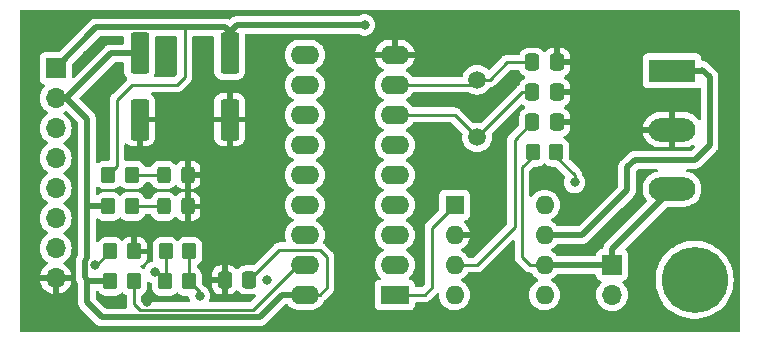
<source format=gtl>
G04 #@! TF.GenerationSoftware,KiCad,Pcbnew,7.0.8*
G04 #@! TF.CreationDate,2024-01-10T12:44:36+01:00*
G04 #@! TF.ProjectId,CAN_board,43414e5f-626f-4617-9264-2e6b69636164,rev?*
G04 #@! TF.SameCoordinates,Original*
G04 #@! TF.FileFunction,Copper,L1,Top*
G04 #@! TF.FilePolarity,Positive*
%FSLAX46Y46*%
G04 Gerber Fmt 4.6, Leading zero omitted, Abs format (unit mm)*
G04 Created by KiCad (PCBNEW 7.0.8) date 2024-01-10 12:44:36*
%MOMM*%
%LPD*%
G01*
G04 APERTURE LIST*
G04 Aperture macros list*
%AMRoundRect*
0 Rectangle with rounded corners*
0 $1 Rounding radius*
0 $2 $3 $4 $5 $6 $7 $8 $9 X,Y pos of 4 corners*
0 Add a 4 corners polygon primitive as box body*
4,1,4,$2,$3,$4,$5,$6,$7,$8,$9,$2,$3,0*
0 Add four circle primitives for the rounded corners*
1,1,$1+$1,$2,$3*
1,1,$1+$1,$4,$5*
1,1,$1+$1,$6,$7*
1,1,$1+$1,$8,$9*
0 Add four rect primitives between the rounded corners*
20,1,$1+$1,$2,$3,$4,$5,0*
20,1,$1+$1,$4,$5,$6,$7,0*
20,1,$1+$1,$6,$7,$8,$9,0*
20,1,$1+$1,$8,$9,$2,$3,0*%
G04 Aperture macros list end*
G04 #@! TA.AperFunction,ComponentPad*
%ADD10C,5.600000*%
G04 #@! TD*
G04 #@! TA.AperFunction,SMDPad,CuDef*
%ADD11RoundRect,0.250000X-0.550000X1.500000X-0.550000X-1.500000X0.550000X-1.500000X0.550000X1.500000X0*%
G04 #@! TD*
G04 #@! TA.AperFunction,ComponentPad*
%ADD12O,2.400000X1.600000*%
G04 #@! TD*
G04 #@! TA.AperFunction,ComponentPad*
%ADD13R,2.400000X1.600000*%
G04 #@! TD*
G04 #@! TA.AperFunction,SMDPad,CuDef*
%ADD14RoundRect,0.250000X-0.350000X-0.450000X0.350000X-0.450000X0.350000X0.450000X-0.350000X0.450000X0*%
G04 #@! TD*
G04 #@! TA.AperFunction,ComponentPad*
%ADD15C,1.500000*%
G04 #@! TD*
G04 #@! TA.AperFunction,ComponentPad*
%ADD16R,1.600000X1.600000*%
G04 #@! TD*
G04 #@! TA.AperFunction,ComponentPad*
%ADD17O,1.600000X1.600000*%
G04 #@! TD*
G04 #@! TA.AperFunction,ComponentPad*
%ADD18R,1.700000X1.700000*%
G04 #@! TD*
G04 #@! TA.AperFunction,ComponentPad*
%ADD19O,1.700000X1.700000*%
G04 #@! TD*
G04 #@! TA.AperFunction,ComponentPad*
%ADD20R,3.960000X1.980000*%
G04 #@! TD*
G04 #@! TA.AperFunction,ComponentPad*
%ADD21O,3.960000X1.980000*%
G04 #@! TD*
G04 #@! TA.AperFunction,SMDPad,CuDef*
%ADD22RoundRect,0.250000X0.325000X0.450000X-0.325000X0.450000X-0.325000X-0.450000X0.325000X-0.450000X0*%
G04 #@! TD*
G04 #@! TA.AperFunction,SMDPad,CuDef*
%ADD23RoundRect,0.250000X-0.337500X-0.475000X0.337500X-0.475000X0.337500X0.475000X-0.337500X0.475000X0*%
G04 #@! TD*
G04 #@! TA.AperFunction,SMDPad,CuDef*
%ADD24RoundRect,0.250000X0.337500X0.475000X-0.337500X0.475000X-0.337500X-0.475000X0.337500X-0.475000X0*%
G04 #@! TD*
G04 #@! TA.AperFunction,ViaPad*
%ADD25C,0.800000*%
G04 #@! TD*
G04 #@! TA.AperFunction,Conductor*
%ADD26C,0.250000*%
G04 #@! TD*
G04 #@! TA.AperFunction,Conductor*
%ADD27C,0.500000*%
G04 #@! TD*
G04 APERTURE END LIST*
D10*
X168910000Y-113030000D03*
D11*
X121920000Y-93855000D03*
X121920000Y-99455000D03*
X129540000Y-93855000D03*
X129540000Y-99455000D03*
D12*
X135905000Y-114300000D03*
X135905000Y-111760000D03*
X135905000Y-109220000D03*
X135905000Y-106680000D03*
X135905000Y-104140000D03*
X135905000Y-101600000D03*
X135905000Y-99060000D03*
X135905000Y-96520000D03*
X135905000Y-93980000D03*
X143525000Y-93980000D03*
X143525000Y-96520000D03*
X143525000Y-99060000D03*
X143525000Y-101600000D03*
X143525000Y-104140000D03*
X143525000Y-106680000D03*
X143525000Y-109220000D03*
X143525000Y-111760000D03*
D13*
X143525000Y-114300000D03*
D14*
X121455000Y-110625000D03*
X119455000Y-110625000D03*
X126132500Y-110625000D03*
X124132500Y-110625000D03*
X157210000Y-102235000D03*
X155210000Y-102235000D03*
X119285000Y-104140000D03*
X121285000Y-104140000D03*
X121285000Y-106815000D03*
X119285000Y-106815000D03*
X119455000Y-113165000D03*
X121455000Y-113165000D03*
X124095000Y-113165000D03*
X126095000Y-113165000D03*
D15*
X150495000Y-96085000D03*
X150495000Y-100965000D03*
D16*
X148600000Y-106690000D03*
D17*
X148600000Y-109230000D03*
X148600000Y-111770000D03*
X148600000Y-114310000D03*
X156220000Y-114310000D03*
X156220000Y-111770000D03*
X156220000Y-109230000D03*
X156220000Y-106690000D03*
D18*
X114815000Y-95110000D03*
D19*
X114815000Y-97650000D03*
X114815000Y-100190000D03*
X114815000Y-102730000D03*
X114815000Y-105270000D03*
X114815000Y-107810000D03*
X114815000Y-110350000D03*
X114815000Y-112890000D03*
X161925000Y-114300000D03*
D18*
X161925000Y-111760000D03*
D20*
X167005000Y-95330000D03*
D21*
X167005000Y-100330000D03*
X167005000Y-105330000D03*
D22*
X123950000Y-104140000D03*
X126000000Y-104140000D03*
X126000000Y-106815000D03*
X123950000Y-106815000D03*
D23*
X157247500Y-99695000D03*
X155172500Y-99695000D03*
D24*
X131212500Y-113030000D03*
X129137500Y-113030000D03*
D23*
X157247500Y-94615000D03*
X155172500Y-94615000D03*
X155172500Y-97155000D03*
X157247500Y-97155000D03*
D25*
X161925000Y-102870000D03*
X161925000Y-97790000D03*
X170815000Y-107315000D03*
X162560000Y-107950000D03*
X122555000Y-114935000D03*
X119380000Y-114935000D03*
X132715000Y-113030000D03*
X146050000Y-97790000D03*
X146050000Y-104775000D03*
X165100000Y-115570000D03*
X158750000Y-115570000D03*
X152400000Y-107950000D03*
X152400000Y-111760000D03*
X152400000Y-115570000D03*
X140970000Y-114935000D03*
X139700000Y-109855000D03*
X138430000Y-104775000D03*
X139065000Y-98425000D03*
X139065000Y-95250000D03*
X118745000Y-102235000D03*
X113665000Y-116205000D03*
X128270000Y-105410000D03*
X122555000Y-107950000D03*
X122555000Y-102235000D03*
X122555000Y-105410000D03*
X132080000Y-95250000D03*
X127000000Y-95250000D03*
X123825000Y-95250000D03*
X120015000Y-95250000D03*
X117475000Y-93980000D03*
X113665000Y-91440000D03*
X167640000Y-91440000D03*
X161925000Y-91440000D03*
X154940000Y-91440000D03*
X147320000Y-91440000D03*
X118110000Y-111760000D03*
X140970000Y-91440000D03*
X127000000Y-114389500D03*
X123190000Y-112395000D03*
X158750000Y-104775000D03*
D26*
X155210000Y-102235000D02*
X155210000Y-102600000D01*
X155210000Y-102600000D02*
X154305000Y-103505000D01*
X154305000Y-103505000D02*
X154305000Y-111125000D01*
X154305000Y-111125000D02*
X154950000Y-111770000D01*
X154950000Y-111770000D02*
X156220000Y-111770000D01*
X119285000Y-104140000D02*
X120015000Y-103410000D01*
X120015000Y-103410000D02*
X120015000Y-97790000D01*
X120015000Y-97790000D02*
X121285000Y-96520000D01*
X121285000Y-96520000D02*
X125095000Y-96520000D01*
X125730000Y-95885000D02*
X125730000Y-91655000D01*
X125095000Y-96520000D02*
X125730000Y-95885000D01*
X153670000Y-101197500D02*
X153670000Y-108585000D01*
X155172500Y-99695000D02*
X153670000Y-101197500D01*
X153670000Y-108585000D02*
X150485000Y-111770000D01*
X150485000Y-111770000D02*
X148600000Y-111770000D01*
X131212500Y-113030000D02*
X133752500Y-110490000D01*
X137795000Y-111125000D02*
X137795000Y-113665000D01*
X133752500Y-110490000D02*
X137160000Y-110490000D01*
X137160000Y-110490000D02*
X137795000Y-111125000D01*
X137795000Y-113665000D02*
X137160000Y-114300000D01*
X137160000Y-114300000D02*
X135905000Y-114300000D01*
X121455000Y-113165000D02*
X121455000Y-115105000D01*
X121455000Y-115105000D02*
X121920000Y-115570000D01*
X121920000Y-115570000D02*
X131506587Y-115570000D01*
X131506587Y-115570000D02*
X135316587Y-111760000D01*
X135316587Y-111760000D02*
X135905000Y-111760000D01*
D27*
X135905000Y-114300000D02*
X133985000Y-114300000D01*
X133985000Y-114300000D02*
X132080000Y-116205000D01*
X132080000Y-116205000D02*
X118745000Y-116205000D01*
X118745000Y-116205000D02*
X117475000Y-114935000D01*
X117475000Y-114935000D02*
X117475000Y-113030000D01*
D26*
X127000000Y-114389500D02*
X127000000Y-114070000D01*
X127000000Y-114070000D02*
X126095000Y-113165000D01*
D27*
X125730000Y-91655000D02*
X129120000Y-91655000D01*
X118270000Y-91655000D02*
X125730000Y-91655000D01*
X117475000Y-113030000D02*
X117260000Y-112815000D01*
X117260000Y-112815000D02*
X117260000Y-111407918D01*
X117475000Y-111192918D02*
X117475000Y-106680000D01*
X117260000Y-111407918D02*
X117475000Y-111192918D01*
D26*
X118110000Y-111760000D02*
X118320000Y-111760000D01*
X118320000Y-111760000D02*
X119455000Y-110625000D01*
D27*
X130175000Y-91440000D02*
X140970000Y-91440000D01*
X129540000Y-92075000D02*
X130175000Y-91440000D01*
X117475000Y-113030000D02*
X117610000Y-113165000D01*
X117610000Y-113165000D02*
X119455000Y-113165000D01*
X117475000Y-106680000D02*
X117475000Y-99415000D01*
X117610000Y-106815000D02*
X119285000Y-106815000D01*
X117475000Y-106680000D02*
X117610000Y-106815000D01*
X117475000Y-99415000D02*
X115710000Y-97650000D01*
X114815000Y-97650000D02*
X115710000Y-97650000D01*
X119505000Y-93855000D02*
X121920000Y-93855000D01*
X115710000Y-97650000D02*
X119505000Y-93855000D01*
X129120000Y-91655000D02*
X129540000Y-92075000D01*
X114815000Y-95110000D02*
X118270000Y-91655000D01*
X129540000Y-92075000D02*
X129540000Y-93855000D01*
D26*
X126132500Y-110625000D02*
X126132500Y-113127500D01*
X126132500Y-113127500D02*
X126095000Y-113165000D01*
X123325000Y-112395000D02*
X124095000Y-113165000D01*
X123190000Y-112395000D02*
X123325000Y-112395000D01*
X148600000Y-106690000D02*
X146685000Y-108605000D01*
X146685000Y-108605000D02*
X146685000Y-113665000D01*
X146685000Y-113665000D02*
X146050000Y-114300000D01*
X146050000Y-114300000D02*
X143525000Y-114300000D01*
X157210000Y-102235000D02*
X157210000Y-102600000D01*
X157210000Y-102600000D02*
X158750000Y-104140000D01*
X158750000Y-104140000D02*
X158750000Y-104775000D01*
D27*
X167005000Y-105330000D02*
X161925000Y-110410000D01*
X161925000Y-110410000D02*
X161925000Y-111760000D01*
X156220000Y-109230000D02*
X159375000Y-109230000D01*
X159375000Y-109230000D02*
X163195000Y-105410000D01*
X163195000Y-103505000D02*
X163830000Y-102870000D01*
X163195000Y-105410000D02*
X163195000Y-103505000D01*
X169465000Y-95330000D02*
X167005000Y-95330000D01*
X163830000Y-102870000D02*
X168910000Y-102870000D01*
X168910000Y-102870000D02*
X170180000Y-101600000D01*
X169545000Y-95250000D02*
X169465000Y-95330000D01*
X170180000Y-101600000D02*
X170180000Y-95885000D01*
X170180000Y-95885000D02*
X169545000Y-95250000D01*
X156220000Y-111770000D02*
X161915000Y-111770000D01*
D26*
X161915000Y-111770000D02*
X161925000Y-111760000D01*
X143525000Y-96520000D02*
X150060000Y-96520000D01*
X150060000Y-96520000D02*
X150495000Y-96085000D01*
X143525000Y-99060000D02*
X148590000Y-99060000D01*
X148590000Y-99060000D02*
X150495000Y-100965000D01*
X150495000Y-100965000D02*
X154305000Y-97155000D01*
X154305000Y-97155000D02*
X155172500Y-97155000D01*
X151565000Y-96085000D02*
X153035000Y-94615000D01*
X150495000Y-96085000D02*
X151565000Y-96085000D01*
X153035000Y-94615000D02*
X155172500Y-94615000D01*
X124132500Y-110625000D02*
X124132500Y-113127500D01*
X124132500Y-113127500D02*
X124095000Y-113165000D01*
X121285000Y-106815000D02*
X123950000Y-106815000D01*
X121285000Y-104140000D02*
X123950000Y-104140000D01*
G04 #@! TA.AperFunction,Conductor*
G36*
X118430703Y-113962223D02*
G01*
X118455039Y-113990840D01*
X118512069Y-114083302D01*
X118512288Y-114083656D01*
X118636344Y-114207712D01*
X118785666Y-114299814D01*
X118952203Y-114354999D01*
X119054991Y-114365500D01*
X119855008Y-114365499D01*
X119855016Y-114365498D01*
X119855019Y-114365498D01*
X119911302Y-114359748D01*
X119957797Y-114354999D01*
X120124334Y-114299814D01*
X120273656Y-114207712D01*
X120367319Y-114114049D01*
X120428642Y-114080564D01*
X120498334Y-114085548D01*
X120542681Y-114114049D01*
X120636344Y-114207712D01*
X120770597Y-114290519D01*
X120817321Y-114342465D01*
X120829500Y-114396057D01*
X120829500Y-115022255D01*
X120827775Y-115037872D01*
X120828061Y-115037899D01*
X120827326Y-115045665D01*
X120829500Y-115114814D01*
X120829500Y-115144343D01*
X120829501Y-115144360D01*
X120830368Y-115151231D01*
X120830826Y-115157050D01*
X120832290Y-115203624D01*
X120832291Y-115203627D01*
X120837880Y-115222867D01*
X120841824Y-115241911D01*
X120842895Y-115250392D01*
X120844335Y-115261790D01*
X120853467Y-115284854D01*
X120859843Y-115354433D01*
X120827589Y-115416412D01*
X120766947Y-115451116D01*
X120738174Y-115454500D01*
X119107230Y-115454500D01*
X119040191Y-115434815D01*
X119019549Y-115418181D01*
X118261819Y-114660451D01*
X118228334Y-114599128D01*
X118225500Y-114572770D01*
X118225500Y-114055936D01*
X118245185Y-113988897D01*
X118297989Y-113943142D01*
X118367147Y-113933198D01*
X118430703Y-113962223D01*
G37*
G04 #@! TD.AperFunction*
G04 #@! TA.AperFunction,Conductor*
G36*
X122730729Y-113177866D02*
G01*
X122731334Y-113176508D01*
X122737269Y-113179150D01*
X122737270Y-113179151D01*
X122737899Y-113179431D01*
X122916134Y-113258788D01*
X122915481Y-113260253D01*
X122966490Y-113295129D01*
X122993691Y-113359486D01*
X122994500Y-113373627D01*
X122994500Y-113665000D01*
X122994501Y-113665019D01*
X123005000Y-113767796D01*
X123005001Y-113767799D01*
X123047845Y-113897092D01*
X123060186Y-113934334D01*
X123152288Y-114083656D01*
X123276344Y-114207712D01*
X123425666Y-114299814D01*
X123592203Y-114354999D01*
X123694991Y-114365500D01*
X124495008Y-114365499D01*
X124495016Y-114365498D01*
X124495019Y-114365498D01*
X124551302Y-114359748D01*
X124597797Y-114354999D01*
X124764334Y-114299814D01*
X124913656Y-114207712D01*
X125007319Y-114114049D01*
X125068642Y-114080564D01*
X125138334Y-114085548D01*
X125182681Y-114114049D01*
X125276344Y-114207712D01*
X125425666Y-114299814D01*
X125592203Y-114354999D01*
X125694991Y-114365500D01*
X125980367Y-114365499D01*
X126047406Y-114385183D01*
X126093161Y-114437987D01*
X126103687Y-114476535D01*
X126114326Y-114577756D01*
X126114327Y-114577759D01*
X126172818Y-114757777D01*
X126172819Y-114757780D01*
X126172820Y-114757782D01*
X126172821Y-114757784D01*
X126173233Y-114758498D01*
X126173346Y-114758962D01*
X126175462Y-114763714D01*
X126174592Y-114764100D01*
X126189708Y-114826396D01*
X126166858Y-114892424D01*
X126111938Y-114935616D01*
X126065848Y-114944500D01*
X122230453Y-114944500D01*
X122163414Y-114924815D01*
X122142772Y-114908181D01*
X122116819Y-114882228D01*
X122083334Y-114820905D01*
X122080500Y-114794547D01*
X122080500Y-114396057D01*
X122100185Y-114329018D01*
X122139401Y-114290520D01*
X122273656Y-114207712D01*
X122397712Y-114083656D01*
X122489814Y-113934334D01*
X122544999Y-113767797D01*
X122555500Y-113665009D01*
X122555499Y-113288977D01*
X122575183Y-113221940D01*
X122627987Y-113176185D01*
X122697146Y-113166241D01*
X122730729Y-113177866D01*
G37*
G04 #@! TD.AperFunction*
G04 #@! TA.AperFunction,Conductor*
G36*
X120562540Y-94625185D02*
G01*
X120608295Y-94677989D01*
X120619501Y-94729500D01*
X120619501Y-95405018D01*
X120630000Y-95507796D01*
X120630001Y-95507799D01*
X120685185Y-95674331D01*
X120685187Y-95674336D01*
X120704349Y-95705403D01*
X120776273Y-95822011D01*
X120777289Y-95823657D01*
X120846350Y-95892718D01*
X120879835Y-95954041D01*
X120874851Y-96023733D01*
X120854210Y-96059443D01*
X120853413Y-96060405D01*
X120853413Y-96060406D01*
X120847558Y-96067483D01*
X120823709Y-96096310D01*
X120819777Y-96100631D01*
X119631208Y-97289199D01*
X119618951Y-97299020D01*
X119619134Y-97299241D01*
X119613123Y-97304213D01*
X119565772Y-97354636D01*
X119544889Y-97375519D01*
X119544877Y-97375532D01*
X119540621Y-97381017D01*
X119536837Y-97385447D01*
X119504937Y-97419418D01*
X119504936Y-97419420D01*
X119495284Y-97436976D01*
X119484610Y-97453226D01*
X119472329Y-97469061D01*
X119472324Y-97469068D01*
X119453815Y-97511838D01*
X119451245Y-97517084D01*
X119428803Y-97557906D01*
X119423822Y-97577307D01*
X119417521Y-97595710D01*
X119409562Y-97614102D01*
X119409561Y-97614105D01*
X119402271Y-97660127D01*
X119401087Y-97665846D01*
X119389501Y-97710972D01*
X119389500Y-97710982D01*
X119389500Y-97731016D01*
X119387973Y-97750415D01*
X119384840Y-97770194D01*
X119384840Y-97770195D01*
X119389225Y-97816583D01*
X119389500Y-97822421D01*
X119389500Y-102815500D01*
X119369815Y-102882539D01*
X119317011Y-102928294D01*
X119265500Y-102939500D01*
X118884998Y-102939500D01*
X118884980Y-102939501D01*
X118782203Y-102950000D01*
X118782200Y-102950001D01*
X118615668Y-103005185D01*
X118615663Y-103005187D01*
X118466342Y-103097289D01*
X118437181Y-103126451D01*
X118375858Y-103159936D01*
X118306166Y-103154952D01*
X118250233Y-103113080D01*
X118225816Y-103047616D01*
X118225500Y-103038770D01*
X118225500Y-99478705D01*
X118226809Y-99460735D01*
X118227940Y-99453014D01*
X118230289Y-99436977D01*
X118225735Y-99384931D01*
X118225500Y-99379528D01*
X118225500Y-99371297D01*
X118225500Y-99371291D01*
X118221693Y-99338724D01*
X118220842Y-99329000D01*
X118214999Y-99262201D01*
X118213539Y-99255129D01*
X118213597Y-99255116D01*
X118211965Y-99247757D01*
X118211906Y-99247772D01*
X118210242Y-99240753D01*
X118210241Y-99240745D01*
X118183974Y-99168576D01*
X118159814Y-99095666D01*
X118159809Y-99095659D01*
X118156760Y-99089118D01*
X118156815Y-99089091D01*
X118153533Y-99082313D01*
X118153480Y-99082340D01*
X118150235Y-99075880D01*
X118108028Y-99011708D01*
X118067710Y-98946342D01*
X118063234Y-98940682D01*
X118063281Y-98940644D01*
X118058519Y-98934799D01*
X118058474Y-98934838D01*
X118053834Y-98929309D01*
X118053832Y-98929307D01*
X118053830Y-98929304D01*
X118020120Y-98897500D01*
X117997965Y-98876597D01*
X116859048Y-97737680D01*
X116825563Y-97676357D01*
X116830547Y-97606665D01*
X116859046Y-97562320D01*
X119779548Y-94641819D01*
X119840871Y-94608334D01*
X119867229Y-94605500D01*
X120495501Y-94605500D01*
X120562540Y-94625185D01*
G37*
G04 #@! TD.AperFunction*
G04 #@! TA.AperFunction,Conductor*
G36*
X120562539Y-92425185D02*
G01*
X120608294Y-92477989D01*
X120619500Y-92529500D01*
X120619500Y-92980500D01*
X120599815Y-93047539D01*
X120547011Y-93093294D01*
X120495500Y-93104500D01*
X119568705Y-93104500D01*
X119550735Y-93103191D01*
X119526972Y-93099710D01*
X119481890Y-93103655D01*
X119474933Y-93104264D01*
X119469532Y-93104500D01*
X119461288Y-93104500D01*
X119428707Y-93108308D01*
X119352199Y-93115001D01*
X119345133Y-93116461D01*
X119345121Y-93116404D01*
X119337752Y-93118038D01*
X119337766Y-93118095D01*
X119330741Y-93119759D01*
X119258556Y-93146033D01*
X119185670Y-93170185D01*
X119185667Y-93170186D01*
X119185665Y-93170187D01*
X119185662Y-93170188D01*
X119179128Y-93173236D01*
X119179102Y-93173182D01*
X119172306Y-93176472D01*
X119172332Y-93176524D01*
X119165884Y-93179762D01*
X119101699Y-93221977D01*
X119036350Y-93262284D01*
X119030682Y-93266766D01*
X119030646Y-93266720D01*
X119024798Y-93271484D01*
X119024835Y-93271528D01*
X119019310Y-93276164D01*
X118966597Y-93332035D01*
X116377180Y-95921450D01*
X116315857Y-95954935D01*
X116246165Y-95949951D01*
X116190232Y-95908079D01*
X116165815Y-95842615D01*
X116165499Y-95833792D01*
X116165499Y-94872228D01*
X116185184Y-94805190D01*
X116201813Y-94784553D01*
X118544549Y-92441819D01*
X118605872Y-92408334D01*
X118632230Y-92405500D01*
X120495500Y-92405500D01*
X120562539Y-92425185D01*
G37*
G04 #@! TD.AperFunction*
G04 #@! TA.AperFunction,Conductor*
G36*
X125047539Y-92425185D02*
G01*
X125093294Y-92477989D01*
X125104500Y-92529500D01*
X125104500Y-95574547D01*
X125084815Y-95641586D01*
X125068181Y-95662228D01*
X124872228Y-95858181D01*
X124810905Y-95891666D01*
X124784547Y-95894500D01*
X123241189Y-95894500D01*
X123174150Y-95874815D01*
X123128395Y-95822011D01*
X123118451Y-95752853D01*
X123135649Y-95705405D01*
X123154814Y-95674334D01*
X123209999Y-95507797D01*
X123220500Y-95405009D01*
X123220499Y-92529499D01*
X123240184Y-92462461D01*
X123292987Y-92416706D01*
X123344499Y-92405500D01*
X124980500Y-92405500D01*
X125047539Y-92425185D01*
G37*
G04 #@! TD.AperFunction*
G04 #@! TA.AperFunction,Conductor*
G36*
X154287444Y-98159658D02*
G01*
X154331791Y-98188159D01*
X154366344Y-98222712D01*
X154515666Y-98314814D01*
X154515667Y-98314814D01*
X154521813Y-98318605D01*
X154520386Y-98320917D01*
X154563405Y-98358805D01*
X154582547Y-98426002D01*
X154562321Y-98492880D01*
X154520440Y-98529170D01*
X154521813Y-98531395D01*
X154515667Y-98535185D01*
X154515666Y-98535186D01*
X154440044Y-98581830D01*
X154366342Y-98627289D01*
X154242289Y-98751342D01*
X154150187Y-98900663D01*
X154150185Y-98900668D01*
X154135050Y-98946342D01*
X154095001Y-99067203D01*
X154095001Y-99067204D01*
X154095000Y-99067204D01*
X154084500Y-99169983D01*
X154084500Y-99847046D01*
X154064815Y-99914085D01*
X154048181Y-99934727D01*
X153286208Y-100696699D01*
X153273951Y-100706520D01*
X153274134Y-100706741D01*
X153268123Y-100711713D01*
X153220772Y-100762136D01*
X153199889Y-100783019D01*
X153199877Y-100783032D01*
X153195621Y-100788517D01*
X153191837Y-100792947D01*
X153159937Y-100826918D01*
X153159936Y-100826920D01*
X153150284Y-100844476D01*
X153139610Y-100860726D01*
X153127329Y-100876561D01*
X153127324Y-100876568D01*
X153108815Y-100919338D01*
X153106245Y-100924584D01*
X153083803Y-100965406D01*
X153078822Y-100984807D01*
X153072521Y-101003210D01*
X153064562Y-101021602D01*
X153064561Y-101021605D01*
X153057271Y-101067627D01*
X153056087Y-101073346D01*
X153044501Y-101118472D01*
X153044500Y-101118482D01*
X153044500Y-101138516D01*
X153042973Y-101157913D01*
X153039840Y-101177696D01*
X153043831Y-101219915D01*
X153044225Y-101224083D01*
X153044500Y-101229921D01*
X153044500Y-108274547D01*
X153024815Y-108341586D01*
X153008181Y-108362228D01*
X150262228Y-111108181D01*
X150200905Y-111141666D01*
X150174547Y-111144500D01*
X149814188Y-111144500D01*
X149747149Y-111124815D01*
X149712613Y-111091623D01*
X149600045Y-110930858D01*
X149439141Y-110769954D01*
X149252734Y-110639432D01*
X149252732Y-110639431D01*
X149194725Y-110612382D01*
X149194132Y-110612105D01*
X149141694Y-110565934D01*
X149122542Y-110498740D01*
X149142758Y-110431859D01*
X149194134Y-110387341D01*
X149252484Y-110360132D01*
X149438820Y-110229657D01*
X149599657Y-110068820D01*
X149730134Y-109882482D01*
X149826265Y-109676326D01*
X149826269Y-109676317D01*
X149878872Y-109480000D01*
X148915686Y-109480000D01*
X148927641Y-109468045D01*
X148985165Y-109355148D01*
X149004986Y-109230000D01*
X148985165Y-109104852D01*
X148927641Y-108991955D01*
X148915686Y-108980000D01*
X149878872Y-108980000D01*
X149878872Y-108979999D01*
X149826269Y-108783682D01*
X149826265Y-108783673D01*
X149730134Y-108577517D01*
X149599657Y-108391179D01*
X149438820Y-108230342D01*
X149413779Y-108212808D01*
X149370154Y-108158230D01*
X149362962Y-108088732D01*
X149394484Y-108026377D01*
X149454714Y-107990964D01*
X149471650Y-107987943D01*
X149507483Y-107984091D01*
X149574710Y-107959017D01*
X149642331Y-107933796D01*
X149757546Y-107847546D01*
X149843796Y-107732331D01*
X149894091Y-107597483D01*
X149900500Y-107537873D01*
X149900499Y-105842128D01*
X149894091Y-105782517D01*
X149890276Y-105772289D01*
X149843797Y-105647671D01*
X149843793Y-105647664D01*
X149757547Y-105532455D01*
X149757544Y-105532452D01*
X149642335Y-105446206D01*
X149642328Y-105446202D01*
X149507482Y-105395908D01*
X149507483Y-105395908D01*
X149447883Y-105389501D01*
X149447881Y-105389500D01*
X149447873Y-105389500D01*
X149447864Y-105389500D01*
X147752129Y-105389500D01*
X147752123Y-105389501D01*
X147692516Y-105395908D01*
X147557671Y-105446202D01*
X147557664Y-105446206D01*
X147442455Y-105532452D01*
X147442452Y-105532455D01*
X147356206Y-105647664D01*
X147356202Y-105647671D01*
X147305908Y-105782517D01*
X147301964Y-105819208D01*
X147299501Y-105842123D01*
X147299500Y-105842135D01*
X147299500Y-107054546D01*
X147279815Y-107121585D01*
X147263181Y-107142227D01*
X146301208Y-108104199D01*
X146288951Y-108114020D01*
X146289134Y-108114241D01*
X146283123Y-108119213D01*
X146235772Y-108169636D01*
X146214889Y-108190519D01*
X146214877Y-108190532D01*
X146210621Y-108196017D01*
X146206837Y-108200447D01*
X146174937Y-108234418D01*
X146174936Y-108234420D01*
X146165284Y-108251976D01*
X146154610Y-108268226D01*
X146142329Y-108284061D01*
X146142324Y-108284068D01*
X146123815Y-108326838D01*
X146121245Y-108332084D01*
X146098803Y-108372906D01*
X146093822Y-108392307D01*
X146087521Y-108410710D01*
X146079562Y-108429102D01*
X146079561Y-108429105D01*
X146072271Y-108475127D01*
X146071087Y-108480846D01*
X146059501Y-108525972D01*
X146059500Y-108525982D01*
X146059500Y-108546016D01*
X146057973Y-108565415D01*
X146054840Y-108585194D01*
X146054840Y-108585195D01*
X146059225Y-108631583D01*
X146059500Y-108637421D01*
X146059500Y-113354547D01*
X146039815Y-113421586D01*
X146023181Y-113442228D01*
X145827228Y-113638181D01*
X145765905Y-113671666D01*
X145739547Y-113674500D01*
X145349499Y-113674500D01*
X145282460Y-113654815D01*
X145236705Y-113602011D01*
X145225499Y-113550500D01*
X145225499Y-113452129D01*
X145225498Y-113452123D01*
X145225497Y-113452116D01*
X145219091Y-113392517D01*
X145218152Y-113390000D01*
X145168797Y-113257671D01*
X145168793Y-113257664D01*
X145082547Y-113142455D01*
X145082544Y-113142452D01*
X144967335Y-113056206D01*
X144967328Y-113056202D01*
X144832482Y-113005908D01*
X144832483Y-113005908D01*
X144797404Y-113002137D01*
X144732853Y-112975399D01*
X144693005Y-112918006D01*
X144690512Y-112848181D01*
X144726165Y-112788092D01*
X144739539Y-112777272D01*
X144750977Y-112769263D01*
X144764139Y-112760047D01*
X144925047Y-112599139D01*
X145055568Y-112412734D01*
X145151739Y-112206496D01*
X145210635Y-111986692D01*
X145228978Y-111777029D01*
X145230468Y-111760001D01*
X145230468Y-111759998D01*
X145220215Y-111642805D01*
X145210635Y-111533308D01*
X145156492Y-111331242D01*
X145151741Y-111313511D01*
X145151738Y-111313502D01*
X145125459Y-111257147D01*
X145055568Y-111107266D01*
X144925047Y-110920861D01*
X144925045Y-110920858D01*
X144764141Y-110759954D01*
X144577734Y-110629432D01*
X144577728Y-110629429D01*
X144541170Y-110612382D01*
X144519724Y-110602381D01*
X144467285Y-110556210D01*
X144448133Y-110489017D01*
X144468348Y-110422135D01*
X144519725Y-110377618D01*
X144577734Y-110350568D01*
X144764139Y-110220047D01*
X144925047Y-110059139D01*
X145055568Y-109872734D01*
X145151739Y-109666496D01*
X145210635Y-109446692D01*
X145230468Y-109220000D01*
X145227106Y-109181575D01*
X145220188Y-109102500D01*
X145210635Y-108993308D01*
X145154464Y-108783673D01*
X145151741Y-108773511D01*
X145151738Y-108773502D01*
X145108790Y-108681401D01*
X145055568Y-108567266D01*
X144925047Y-108380861D01*
X144925045Y-108380858D01*
X144764141Y-108219954D01*
X144577734Y-108089432D01*
X144577728Y-108089429D01*
X144519725Y-108062382D01*
X144467285Y-108016210D01*
X144448133Y-107949017D01*
X144468348Y-107882135D01*
X144519725Y-107837618D01*
X144577734Y-107810568D01*
X144764139Y-107680047D01*
X144925047Y-107519139D01*
X145055568Y-107332734D01*
X145151739Y-107126496D01*
X145210635Y-106906692D01*
X145230468Y-106680000D01*
X145228545Y-106658025D01*
X145220188Y-106562500D01*
X145210635Y-106453308D01*
X145154420Y-106243511D01*
X145151741Y-106233511D01*
X145151738Y-106233502D01*
X145118372Y-106161949D01*
X145055568Y-106027266D01*
X144925934Y-105842128D01*
X144925045Y-105840858D01*
X144764141Y-105679954D01*
X144577734Y-105549432D01*
X144577728Y-105549429D01*
X144541325Y-105532454D01*
X144519724Y-105522381D01*
X144467285Y-105476210D01*
X144448133Y-105409017D01*
X144468348Y-105342135D01*
X144519725Y-105297618D01*
X144577734Y-105270568D01*
X144764139Y-105140047D01*
X144925047Y-104979139D01*
X145055568Y-104792734D01*
X145151739Y-104586496D01*
X145210635Y-104366692D01*
X145230468Y-104140000D01*
X145229060Y-104123912D01*
X145218489Y-104003084D01*
X145210635Y-103913308D01*
X145151739Y-103693504D01*
X145055568Y-103487266D01*
X144925047Y-103300861D01*
X144925045Y-103300858D01*
X144764141Y-103139954D01*
X144577734Y-103009432D01*
X144577728Y-103009429D01*
X144519725Y-102982382D01*
X144467285Y-102936210D01*
X144448133Y-102869017D01*
X144468348Y-102802135D01*
X144519725Y-102757618D01*
X144577734Y-102730568D01*
X144764139Y-102600047D01*
X144925047Y-102439139D01*
X145055568Y-102252734D01*
X145151739Y-102046496D01*
X145210635Y-101826692D01*
X145230468Y-101600000D01*
X145229201Y-101585523D01*
X145218463Y-101462785D01*
X145210635Y-101373308D01*
X145151739Y-101153504D01*
X145055568Y-100947266D01*
X144925047Y-100760861D01*
X144925045Y-100760858D01*
X144764141Y-100599954D01*
X144577734Y-100469432D01*
X144577728Y-100469429D01*
X144519725Y-100442382D01*
X144467285Y-100396210D01*
X144448133Y-100329017D01*
X144468348Y-100262135D01*
X144519725Y-100217618D01*
X144577734Y-100190568D01*
X144764139Y-100060047D01*
X144925047Y-99899139D01*
X145037613Y-99738377D01*
X145092189Y-99694752D01*
X145139188Y-99685500D01*
X148279548Y-99685500D01*
X148346587Y-99705185D01*
X148367229Y-99721819D01*
X149236411Y-100591001D01*
X149269896Y-100652324D01*
X149268505Y-100710774D01*
X149258794Y-100747017D01*
X149258793Y-100747024D01*
X149239723Y-100964997D01*
X149239723Y-100965002D01*
X149239759Y-100965408D01*
X149256600Y-101157915D01*
X149258793Y-101182975D01*
X149258793Y-101182979D01*
X149315422Y-101394322D01*
X149315424Y-101394326D01*
X149315425Y-101394330D01*
X149351983Y-101472729D01*
X149407897Y-101592638D01*
X149413052Y-101600000D01*
X149533402Y-101771877D01*
X149688123Y-101926598D01*
X149867361Y-102052102D01*
X150065670Y-102144575D01*
X150277023Y-102201207D01*
X150459926Y-102217208D01*
X150494998Y-102220277D01*
X150495000Y-102220277D01*
X150495002Y-102220277D01*
X150523254Y-102217805D01*
X150712977Y-102201207D01*
X150924330Y-102144575D01*
X151122639Y-102052102D01*
X151301877Y-101926598D01*
X151456598Y-101771877D01*
X151582102Y-101592639D01*
X151674575Y-101394330D01*
X151731207Y-101182977D01*
X151750241Y-100965408D01*
X151750277Y-100965002D01*
X151750277Y-100964997D01*
X151738197Y-100826918D01*
X151731207Y-100747023D01*
X151721494Y-100710774D01*
X151723157Y-100640925D01*
X151753586Y-100591002D01*
X154156433Y-98188156D01*
X154217752Y-98154674D01*
X154287444Y-98159658D01*
G37*
G04 #@! TD.AperFunction*
G04 #@! TA.AperFunction,Conductor*
G36*
X165766273Y-103640185D02*
G01*
X165812028Y-103692989D01*
X165821972Y-103762147D01*
X165792947Y-103825703D01*
X165734169Y-103863477D01*
X165729674Y-103864706D01*
X165529376Y-103915428D01*
X165303172Y-104014650D01*
X165096382Y-104149752D01*
X164914642Y-104317055D01*
X164914639Y-104317058D01*
X164762932Y-104511971D01*
X164762928Y-104511977D01*
X164645362Y-104729219D01*
X164645359Y-104729228D01*
X164565157Y-104962846D01*
X164533335Y-105153549D01*
X164524500Y-105206494D01*
X164524500Y-105453506D01*
X164533160Y-105505403D01*
X164565157Y-105697153D01*
X164645359Y-105930771D01*
X164645362Y-105930780D01*
X164697578Y-106027265D01*
X164762927Y-106148020D01*
X164812960Y-106212302D01*
X164854407Y-106265554D01*
X164880049Y-106330548D01*
X164866482Y-106399088D01*
X164844234Y-106429397D01*
X161439358Y-109834272D01*
X161425729Y-109846051D01*
X161406468Y-109860390D01*
X161372898Y-109900397D01*
X161369253Y-109904376D01*
X161363409Y-109910222D01*
X161343059Y-109935959D01*
X161293695Y-109994789D01*
X161289729Y-110000819D01*
X161289682Y-110000788D01*
X161285630Y-110007147D01*
X161285679Y-110007177D01*
X161281889Y-110013321D01*
X161249424Y-110082941D01*
X161214960Y-110151566D01*
X161212488Y-110158357D01*
X161212432Y-110158336D01*
X161209960Y-110165450D01*
X161210015Y-110165469D01*
X161207742Y-110172327D01*
X161192207Y-110247566D01*
X161176438Y-110314098D01*
X161141823Y-110374790D01*
X161079890Y-110407134D01*
X161055785Y-110409500D01*
X161027131Y-110409500D01*
X161027123Y-110409501D01*
X160967516Y-110415908D01*
X160832671Y-110466202D01*
X160832664Y-110466206D01*
X160717455Y-110552452D01*
X160717452Y-110552455D01*
X160631206Y-110667664D01*
X160631202Y-110667671D01*
X160580908Y-110802517D01*
X160576781Y-110840908D01*
X160574501Y-110862123D01*
X160574500Y-110862135D01*
X160574500Y-110895500D01*
X160554815Y-110962539D01*
X160502011Y-111008294D01*
X160450500Y-111019500D01*
X157346663Y-111019500D01*
X157279624Y-110999815D01*
X157245088Y-110966623D01*
X157220045Y-110930858D01*
X157059141Y-110769954D01*
X156872734Y-110639432D01*
X156872728Y-110639429D01*
X156814725Y-110612382D01*
X156762285Y-110566210D01*
X156743133Y-110499017D01*
X156763348Y-110432135D01*
X156814725Y-110387618D01*
X156815319Y-110387341D01*
X156872734Y-110360568D01*
X157059139Y-110230047D01*
X157220047Y-110069139D01*
X157245088Y-110033377D01*
X157299665Y-109989752D01*
X157346663Y-109980500D01*
X159311295Y-109980500D01*
X159329265Y-109981809D01*
X159353023Y-109985289D01*
X159405068Y-109980735D01*
X159410470Y-109980500D01*
X159418704Y-109980500D01*
X159418709Y-109980500D01*
X159440856Y-109977911D01*
X159451276Y-109976693D01*
X159464028Y-109975577D01*
X159527797Y-109969999D01*
X159527805Y-109969996D01*
X159534866Y-109968539D01*
X159534878Y-109968598D01*
X159542243Y-109966965D01*
X159542229Y-109966906D01*
X159549246Y-109965241D01*
X159549255Y-109965241D01*
X159621423Y-109938974D01*
X159694334Y-109914814D01*
X159694343Y-109914807D01*
X159700882Y-109911760D01*
X159700908Y-109911816D01*
X159707690Y-109908532D01*
X159707663Y-109908478D01*
X159714106Y-109905240D01*
X159714117Y-109905237D01*
X159778283Y-109863034D01*
X159843656Y-109822712D01*
X159843662Y-109822705D01*
X159849325Y-109818229D01*
X159849363Y-109818277D01*
X159855200Y-109813522D01*
X159855161Y-109813475D01*
X159860696Y-109808830D01*
X159913385Y-109752983D01*
X162727770Y-106938597D01*
X163680642Y-105985724D01*
X163694271Y-105973947D01*
X163713530Y-105959610D01*
X163737721Y-105930780D01*
X163747101Y-105919601D01*
X163750761Y-105915606D01*
X163756590Y-105909778D01*
X163762485Y-105902323D01*
X163776940Y-105884040D01*
X163826302Y-105825214D01*
X163826306Y-105825205D01*
X163830274Y-105819175D01*
X163830325Y-105819208D01*
X163834372Y-105812856D01*
X163834320Y-105812824D01*
X163838112Y-105806675D01*
X163870575Y-105737058D01*
X163890617Y-105697150D01*
X163905040Y-105668433D01*
X163905042Y-105668421D01*
X163907509Y-105661646D01*
X163907567Y-105661667D01*
X163910043Y-105654546D01*
X163909986Y-105654528D01*
X163912257Y-105647673D01*
X163927792Y-105572434D01*
X163933244Y-105549429D01*
X163945500Y-105497721D01*
X163945500Y-105497710D01*
X163946338Y-105490548D01*
X163946398Y-105490555D01*
X163947164Y-105483055D01*
X163947105Y-105483050D01*
X163947734Y-105475860D01*
X163947367Y-105463261D01*
X163945500Y-105399082D01*
X163945500Y-103867229D01*
X163965185Y-103800190D01*
X163981819Y-103779548D01*
X164104548Y-103656819D01*
X164165871Y-103623334D01*
X164192229Y-103620500D01*
X165699234Y-103620500D01*
X165766273Y-103640185D01*
G37*
G04 #@! TD.AperFunction*
G04 #@! TA.AperFunction,Conductor*
G36*
X154071738Y-95260185D02*
G01*
X154117493Y-95312989D01*
X154122405Y-95325496D01*
X154150185Y-95409331D01*
X154150187Y-95409336D01*
X154154510Y-95416345D01*
X154242288Y-95558656D01*
X154366344Y-95682712D01*
X154515666Y-95774814D01*
X154515667Y-95774814D01*
X154521813Y-95778605D01*
X154520386Y-95780917D01*
X154563405Y-95818805D01*
X154582547Y-95886002D01*
X154562321Y-95952880D01*
X154520440Y-95989170D01*
X154521813Y-95991395D01*
X154515667Y-95995185D01*
X154515666Y-95995186D01*
X154472469Y-96021830D01*
X154366342Y-96087289D01*
X154242289Y-96211342D01*
X154150187Y-96360663D01*
X154150186Y-96360666D01*
X154099186Y-96514573D01*
X154059413Y-96572017D01*
X154044603Y-96582299D01*
X154037373Y-96586575D01*
X154019905Y-96595133D01*
X154001274Y-96602510D01*
X154001262Y-96602517D01*
X153963570Y-96629902D01*
X153958687Y-96633109D01*
X153918580Y-96656829D01*
X153904414Y-96670995D01*
X153889624Y-96683627D01*
X153873414Y-96695404D01*
X153873411Y-96695407D01*
X153843710Y-96731309D01*
X153839777Y-96735631D01*
X150868996Y-99706411D01*
X150807673Y-99739896D01*
X150749222Y-99738505D01*
X150712977Y-99728793D01*
X150603988Y-99719258D01*
X150495002Y-99709723D01*
X150494998Y-99709723D01*
X150356738Y-99721819D01*
X150277023Y-99728793D01*
X150277021Y-99728793D01*
X150277017Y-99728794D01*
X150240774Y-99738505D01*
X150170924Y-99736841D01*
X150121001Y-99706411D01*
X149619590Y-99205000D01*
X149090803Y-98676212D01*
X149080980Y-98663950D01*
X149080759Y-98664134D01*
X149075786Y-98658123D01*
X149043372Y-98627684D01*
X149025364Y-98610773D01*
X149014919Y-98600328D01*
X149004475Y-98589883D01*
X148998986Y-98585625D01*
X148994561Y-98581847D01*
X148960582Y-98549938D01*
X148960580Y-98549936D01*
X148960577Y-98549935D01*
X148943029Y-98540288D01*
X148926763Y-98529604D01*
X148910936Y-98517327D01*
X148910935Y-98517326D01*
X148910933Y-98517325D01*
X148868168Y-98498818D01*
X148862922Y-98496248D01*
X148822093Y-98473803D01*
X148822092Y-98473802D01*
X148802693Y-98468822D01*
X148784281Y-98462518D01*
X148765898Y-98454562D01*
X148765892Y-98454560D01*
X148719874Y-98447272D01*
X148714152Y-98446087D01*
X148669021Y-98434500D01*
X148669019Y-98434500D01*
X148648984Y-98434500D01*
X148629586Y-98432973D01*
X148622162Y-98431797D01*
X148609805Y-98429840D01*
X148609804Y-98429840D01*
X148563416Y-98434225D01*
X148557578Y-98434500D01*
X145139188Y-98434500D01*
X145072149Y-98414815D01*
X145037613Y-98381623D01*
X144925045Y-98220858D01*
X144764141Y-98059954D01*
X144577734Y-97929432D01*
X144577728Y-97929429D01*
X144550038Y-97916517D01*
X144519724Y-97902381D01*
X144467285Y-97856210D01*
X144448133Y-97789017D01*
X144468348Y-97722135D01*
X144519725Y-97677618D01*
X144577734Y-97650568D01*
X144764139Y-97520047D01*
X144925047Y-97359139D01*
X145008469Y-97239999D01*
X145037613Y-97198377D01*
X145092189Y-97154752D01*
X145139188Y-97145500D01*
X149790273Y-97145500D01*
X149857312Y-97165185D01*
X149861374Y-97167910D01*
X149867361Y-97172102D01*
X150065670Y-97264575D01*
X150065676Y-97264576D01*
X150065677Y-97264577D01*
X150088316Y-97270643D01*
X150277023Y-97321207D01*
X150459926Y-97337208D01*
X150494998Y-97340277D01*
X150495000Y-97340277D01*
X150495002Y-97340277D01*
X150523254Y-97337805D01*
X150712977Y-97321207D01*
X150924330Y-97264575D01*
X151122639Y-97172102D01*
X151301877Y-97046598D01*
X151456598Y-96891877D01*
X151548182Y-96761081D01*
X151602757Y-96717458D01*
X151645861Y-96708267D01*
X151663627Y-96707709D01*
X151682869Y-96702117D01*
X151701912Y-96698174D01*
X151721792Y-96695664D01*
X151765122Y-96678507D01*
X151770646Y-96676617D01*
X151774396Y-96675527D01*
X151815390Y-96663618D01*
X151832629Y-96653422D01*
X151850103Y-96644862D01*
X151868727Y-96637488D01*
X151868727Y-96637487D01*
X151868732Y-96637486D01*
X151906449Y-96610082D01*
X151911305Y-96606892D01*
X151951420Y-96583170D01*
X151965589Y-96568999D01*
X151980379Y-96556368D01*
X151996587Y-96544594D01*
X152026299Y-96508676D01*
X152030212Y-96504376D01*
X153257772Y-95276819D01*
X153319095Y-95243334D01*
X153345453Y-95240500D01*
X154004699Y-95240500D01*
X154071738Y-95260185D01*
G37*
G04 #@! TD.AperFunction*
G04 #@! TA.AperFunction,Conductor*
G36*
X172663039Y-90189685D02*
G01*
X172708794Y-90242489D01*
X172720000Y-90294000D01*
X172720000Y-117351000D01*
X172700315Y-117418039D01*
X172647511Y-117463794D01*
X172596000Y-117475000D01*
X111884000Y-117475000D01*
X111816961Y-117455315D01*
X111771206Y-117402511D01*
X111760000Y-117351000D01*
X111760000Y-110350000D01*
X113459341Y-110350000D01*
X113479936Y-110585403D01*
X113479938Y-110585413D01*
X113541094Y-110813655D01*
X113541096Y-110813659D01*
X113541097Y-110813663D01*
X113633229Y-111011241D01*
X113640965Y-111027830D01*
X113640967Y-111027834D01*
X113776501Y-111221395D01*
X113776506Y-111221402D01*
X113943597Y-111388493D01*
X113943603Y-111388498D01*
X113996849Y-111425781D01*
X114119148Y-111511416D01*
X114129594Y-111518730D01*
X114173219Y-111573307D01*
X114180413Y-111642805D01*
X114148890Y-111705160D01*
X114129595Y-111721880D01*
X113943922Y-111851890D01*
X113943920Y-111851891D01*
X113776891Y-112018920D01*
X113776886Y-112018926D01*
X113641400Y-112212420D01*
X113641399Y-112212422D01*
X113541570Y-112426507D01*
X113541567Y-112426513D01*
X113484364Y-112639999D01*
X113484364Y-112640000D01*
X114381314Y-112640000D01*
X114355507Y-112680156D01*
X114315000Y-112818111D01*
X114315000Y-112961889D01*
X114355507Y-113099844D01*
X114381314Y-113140000D01*
X113484364Y-113140000D01*
X113541567Y-113353486D01*
X113541570Y-113353492D01*
X113641399Y-113567578D01*
X113776894Y-113761082D01*
X113943917Y-113928105D01*
X114137421Y-114063600D01*
X114351507Y-114163429D01*
X114351516Y-114163433D01*
X114565000Y-114220634D01*
X114565000Y-113325501D01*
X114672685Y-113374680D01*
X114779237Y-113390000D01*
X114850763Y-113390000D01*
X114957315Y-113374680D01*
X115065000Y-113325501D01*
X115065000Y-114220633D01*
X115278483Y-114163433D01*
X115278492Y-114163429D01*
X115492578Y-114063600D01*
X115686082Y-113928105D01*
X115853105Y-113761082D01*
X115988600Y-113567578D01*
X116088429Y-113353492D01*
X116088432Y-113353486D01*
X116145636Y-113140000D01*
X115248686Y-113140000D01*
X115274493Y-113099844D01*
X115315000Y-112961889D01*
X115315000Y-112818111D01*
X115274493Y-112680156D01*
X115248686Y-112640000D01*
X116145636Y-112640000D01*
X116145635Y-112639999D01*
X116088432Y-112426513D01*
X116088429Y-112426507D01*
X115988600Y-112212422D01*
X115988599Y-112212420D01*
X115853113Y-112018926D01*
X115853108Y-112018920D01*
X115686078Y-111851890D01*
X115500405Y-111721879D01*
X115456780Y-111667302D01*
X115449588Y-111597804D01*
X115481110Y-111535449D01*
X115500406Y-111518730D01*
X115510846Y-111511420D01*
X115686401Y-111388495D01*
X115853495Y-111221401D01*
X115989035Y-111027830D01*
X116088903Y-110813663D01*
X116150063Y-110585408D01*
X116170659Y-110350000D01*
X116150063Y-110114592D01*
X116093967Y-109905237D01*
X116088905Y-109886344D01*
X116088904Y-109886343D01*
X116088903Y-109886337D01*
X115989035Y-109672171D01*
X115988755Y-109671770D01*
X115853494Y-109478597D01*
X115686402Y-109311506D01*
X115686396Y-109311501D01*
X115500842Y-109181575D01*
X115457217Y-109126998D01*
X115450023Y-109057500D01*
X115481546Y-108995145D01*
X115500842Y-108978425D01*
X115609475Y-108902359D01*
X115686401Y-108848495D01*
X115853495Y-108681401D01*
X115989035Y-108487830D01*
X116088903Y-108273663D01*
X116150063Y-108045408D01*
X116170659Y-107810000D01*
X116150063Y-107574592D01*
X116088903Y-107346337D01*
X115989035Y-107132171D01*
X115985062Y-107126496D01*
X115853494Y-106938597D01*
X115686402Y-106771506D01*
X115686396Y-106771501D01*
X115500842Y-106641575D01*
X115457217Y-106586998D01*
X115450023Y-106517500D01*
X115481546Y-106455145D01*
X115500842Y-106438425D01*
X115637197Y-106342948D01*
X115686401Y-106308495D01*
X115853495Y-106141401D01*
X115989035Y-105947830D01*
X116088903Y-105733663D01*
X116150063Y-105505408D01*
X116170659Y-105270000D01*
X116150063Y-105034592D01*
X116088903Y-104806337D01*
X115989035Y-104592171D01*
X115985233Y-104586740D01*
X115853494Y-104398597D01*
X115686402Y-104231506D01*
X115686396Y-104231501D01*
X115500842Y-104101575D01*
X115457217Y-104046998D01*
X115450023Y-103977500D01*
X115481546Y-103915145D01*
X115500842Y-103898425D01*
X115545394Y-103867229D01*
X115686401Y-103768495D01*
X115853495Y-103601401D01*
X115989035Y-103407830D01*
X116088903Y-103193663D01*
X116150063Y-102965408D01*
X116170659Y-102730000D01*
X116150063Y-102494592D01*
X116091837Y-102277288D01*
X116088905Y-102266344D01*
X116088904Y-102266343D01*
X116088903Y-102266337D01*
X115989035Y-102052171D01*
X115985062Y-102046496D01*
X115853494Y-101858597D01*
X115686402Y-101691506D01*
X115686396Y-101691501D01*
X115500842Y-101561575D01*
X115457217Y-101506998D01*
X115450023Y-101437500D01*
X115481546Y-101375145D01*
X115500842Y-101358425D01*
X115560940Y-101316344D01*
X115686401Y-101228495D01*
X115853495Y-101061401D01*
X115989035Y-100867830D01*
X116088903Y-100653663D01*
X116150063Y-100425408D01*
X116170659Y-100190000D01*
X116150063Y-99954592D01*
X116091718Y-99736841D01*
X116088905Y-99726344D01*
X116088904Y-99726343D01*
X116088903Y-99726337D01*
X115989035Y-99512171D01*
X115985062Y-99506496D01*
X115853494Y-99318597D01*
X115686402Y-99151506D01*
X115686396Y-99151501D01*
X115500842Y-99021575D01*
X115457217Y-98966998D01*
X115450023Y-98897500D01*
X115481546Y-98835145D01*
X115500837Y-98818428D01*
X115601599Y-98747873D01*
X115667802Y-98725548D01*
X115735570Y-98742558D01*
X115760401Y-98761769D01*
X116688181Y-99689549D01*
X116721666Y-99750872D01*
X116724500Y-99777230D01*
X116724500Y-106616294D01*
X116723191Y-106634263D01*
X116719710Y-106658025D01*
X116724264Y-106710064D01*
X116724500Y-106715470D01*
X116724500Y-110832042D01*
X116704815Y-110899081D01*
X116697768Y-110908951D01*
X116678059Y-110933876D01*
X116628695Y-110992707D01*
X116624729Y-110998737D01*
X116624682Y-110998706D01*
X116620630Y-111005065D01*
X116620679Y-111005095D01*
X116616889Y-111011239D01*
X116584424Y-111080859D01*
X116549960Y-111149484D01*
X116547488Y-111156275D01*
X116547432Y-111156254D01*
X116544960Y-111163368D01*
X116545015Y-111163387D01*
X116542742Y-111170245D01*
X116535000Y-111207742D01*
X116527207Y-111245483D01*
X116518602Y-111281791D01*
X116509498Y-111320204D01*
X116508661Y-111327372D01*
X116508601Y-111327365D01*
X116507835Y-111334863D01*
X116507895Y-111334869D01*
X116507265Y-111342058D01*
X116509500Y-111418834D01*
X116509500Y-112751294D01*
X116508191Y-112769263D01*
X116504710Y-112793025D01*
X116509264Y-112845064D01*
X116509500Y-112850470D01*
X116509500Y-112858709D01*
X116513306Y-112891274D01*
X116520000Y-112967791D01*
X116521461Y-112974867D01*
X116521403Y-112974878D01*
X116523034Y-112982237D01*
X116523092Y-112982224D01*
X116524757Y-112989250D01*
X116551025Y-113061424D01*
X116575185Y-113134331D01*
X116578236Y-113140874D01*
X116578182Y-113140898D01*
X116581470Y-113147688D01*
X116581521Y-113147663D01*
X116584761Y-113154113D01*
X116584762Y-113154114D01*
X116584763Y-113154117D01*
X116599490Y-113176508D01*
X116626965Y-113218283D01*
X116667287Y-113283655D01*
X116671766Y-113289319D01*
X116671719Y-113289355D01*
X116676483Y-113295202D01*
X116676529Y-113295164D01*
X116681165Y-113300689D01*
X116681170Y-113300696D01*
X116685591Y-113304867D01*
X116720847Y-113365186D01*
X116724500Y-113395063D01*
X116724500Y-114871294D01*
X116723191Y-114889263D01*
X116719710Y-114913025D01*
X116724264Y-114965064D01*
X116724500Y-114970470D01*
X116724500Y-114978709D01*
X116724938Y-114982461D01*
X116728306Y-115011274D01*
X116735000Y-115087791D01*
X116736461Y-115094867D01*
X116736403Y-115094878D01*
X116738034Y-115102237D01*
X116738092Y-115102224D01*
X116739757Y-115109250D01*
X116766025Y-115181424D01*
X116790185Y-115254331D01*
X116793236Y-115260874D01*
X116793182Y-115260898D01*
X116796470Y-115267688D01*
X116796521Y-115267663D01*
X116799761Y-115274113D01*
X116799762Y-115274114D01*
X116799763Y-115274117D01*
X116818816Y-115303086D01*
X116841965Y-115338283D01*
X116882287Y-115403655D01*
X116886766Y-115409319D01*
X116886719Y-115409356D01*
X116891482Y-115415202D01*
X116891528Y-115415164D01*
X116896173Y-115420700D01*
X116952018Y-115473386D01*
X118169267Y-116690634D01*
X118181048Y-116704266D01*
X118195390Y-116723530D01*
X118235420Y-116757119D01*
X118239392Y-116760759D01*
X118245223Y-116766590D01*
X118245222Y-116766590D01*
X118267027Y-116783830D01*
X118270944Y-116786927D01*
X118329786Y-116836302D01*
X118329794Y-116836306D01*
X118335824Y-116840273D01*
X118335790Y-116840323D01*
X118342137Y-116844366D01*
X118342169Y-116844316D01*
X118348318Y-116848108D01*
X118348320Y-116848109D01*
X118348323Y-116848111D01*
X118417930Y-116880569D01*
X118486567Y-116915040D01*
X118486576Y-116915042D01*
X118493355Y-116917510D01*
X118493334Y-116917567D01*
X118500451Y-116920040D01*
X118500470Y-116919984D01*
X118507330Y-116922257D01*
X118582532Y-116937784D01*
X118657279Y-116955500D01*
X118657288Y-116955500D01*
X118664452Y-116956338D01*
X118664445Y-116956397D01*
X118671946Y-116957163D01*
X118671952Y-116957104D01*
X118679140Y-116957733D01*
X118679143Y-116957732D01*
X118679144Y-116957733D01*
X118755898Y-116955500D01*
X132016295Y-116955500D01*
X132034265Y-116956809D01*
X132058023Y-116960289D01*
X132110068Y-116955735D01*
X132115470Y-116955500D01*
X132123704Y-116955500D01*
X132123709Y-116955500D01*
X132135327Y-116954141D01*
X132156276Y-116951693D01*
X132169028Y-116950577D01*
X132232797Y-116944999D01*
X132232805Y-116944996D01*
X132239866Y-116943539D01*
X132239878Y-116943598D01*
X132247243Y-116941965D01*
X132247229Y-116941906D01*
X132254246Y-116940241D01*
X132254255Y-116940241D01*
X132326423Y-116913974D01*
X132399334Y-116889814D01*
X132399343Y-116889807D01*
X132405882Y-116886760D01*
X132405908Y-116886816D01*
X132412690Y-116883532D01*
X132412663Y-116883478D01*
X132419106Y-116880240D01*
X132419117Y-116880237D01*
X132483283Y-116838034D01*
X132548656Y-116797712D01*
X132548662Y-116797705D01*
X132554325Y-116793229D01*
X132554363Y-116793277D01*
X132560200Y-116788522D01*
X132560161Y-116788475D01*
X132565696Y-116783830D01*
X132618385Y-116727982D01*
X134259549Y-115086819D01*
X134320872Y-115053334D01*
X134347230Y-115050500D01*
X134378337Y-115050500D01*
X134445376Y-115070185D01*
X134479912Y-115103377D01*
X134504954Y-115139141D01*
X134665858Y-115300045D01*
X134665861Y-115300047D01*
X134852266Y-115430568D01*
X135058504Y-115526739D01*
X135278308Y-115585635D01*
X135448216Y-115600500D01*
X136361784Y-115600500D01*
X136531692Y-115585635D01*
X136751496Y-115526739D01*
X136957734Y-115430568D01*
X137144139Y-115300047D01*
X137305047Y-115139139D01*
X137435568Y-114952734D01*
X137476654Y-114864623D01*
X137522826Y-114812184D01*
X137525917Y-114810295D01*
X137546420Y-114798170D01*
X137560589Y-114783999D01*
X137575379Y-114771368D01*
X137591587Y-114759594D01*
X137621299Y-114723676D01*
X137625212Y-114719376D01*
X138178786Y-114165802D01*
X138191048Y-114155980D01*
X138190865Y-114155759D01*
X138196867Y-114150792D01*
X138196877Y-114150786D01*
X138244241Y-114100348D01*
X138265120Y-114079470D01*
X138269373Y-114073986D01*
X138273150Y-114069563D01*
X138305062Y-114035582D01*
X138314714Y-114018023D01*
X138325389Y-114001772D01*
X138337674Y-113985936D01*
X138356186Y-113943152D01*
X138358742Y-113937935D01*
X138381197Y-113897092D01*
X138386180Y-113877680D01*
X138392477Y-113859291D01*
X138400438Y-113840895D01*
X138407729Y-113794853D01*
X138408908Y-113789162D01*
X138420500Y-113744019D01*
X138420500Y-113723983D01*
X138422027Y-113704582D01*
X138425160Y-113684804D01*
X138420775Y-113638415D01*
X138420500Y-113632577D01*
X138420500Y-111760001D01*
X141819532Y-111760001D01*
X141839364Y-111986686D01*
X141839366Y-111986697D01*
X141898258Y-112206488D01*
X141898261Y-112206497D01*
X141994431Y-112412732D01*
X141994432Y-112412734D01*
X142124954Y-112599141D01*
X142285858Y-112760045D01*
X142310462Y-112777273D01*
X142354087Y-112831849D01*
X142361281Y-112901348D01*
X142329758Y-112963703D01*
X142269529Y-112999117D01*
X142252593Y-113002138D01*
X142217516Y-113005908D01*
X142082671Y-113056202D01*
X142082664Y-113056206D01*
X141967455Y-113142452D01*
X141967452Y-113142455D01*
X141881206Y-113257664D01*
X141881202Y-113257671D01*
X141830908Y-113392517D01*
X141825564Y-113442228D01*
X141824501Y-113452123D01*
X141824500Y-113452135D01*
X141824500Y-115147870D01*
X141824501Y-115147876D01*
X141830908Y-115207483D01*
X141881202Y-115342328D01*
X141881206Y-115342335D01*
X141967452Y-115457544D01*
X141967455Y-115457547D01*
X142082664Y-115543793D01*
X142082671Y-115543797D01*
X142217517Y-115594091D01*
X142217516Y-115594091D01*
X142224444Y-115594835D01*
X142277127Y-115600500D01*
X144772872Y-115600499D01*
X144832483Y-115594091D01*
X144967331Y-115543796D01*
X145082546Y-115457546D01*
X145168796Y-115342331D01*
X145219091Y-115207483D01*
X145225500Y-115147873D01*
X145225500Y-115049500D01*
X145245185Y-114982461D01*
X145297989Y-114936706D01*
X145349500Y-114925500D01*
X145967257Y-114925500D01*
X145982877Y-114927224D01*
X145982904Y-114926939D01*
X145990660Y-114927671D01*
X145990667Y-114927673D01*
X146059814Y-114925500D01*
X146089350Y-114925500D01*
X146096228Y-114924630D01*
X146102041Y-114924172D01*
X146148627Y-114922709D01*
X146167869Y-114917117D01*
X146186912Y-114913174D01*
X146206792Y-114910664D01*
X146250122Y-114893507D01*
X146255646Y-114891617D01*
X146259396Y-114890527D01*
X146300390Y-114878618D01*
X146317629Y-114868422D01*
X146335103Y-114859862D01*
X146353727Y-114852488D01*
X146353727Y-114852487D01*
X146353732Y-114852486D01*
X146391449Y-114825082D01*
X146396305Y-114821892D01*
X146436420Y-114798170D01*
X146450589Y-114783999D01*
X146465379Y-114771368D01*
X146481587Y-114759594D01*
X146511299Y-114723676D01*
X146515212Y-114719376D01*
X147068786Y-114165802D01*
X147081048Y-114155980D01*
X147080865Y-114155759D01*
X147092891Y-114145811D01*
X147093902Y-114147033D01*
X147146323Y-114116226D01*
X147216138Y-114119011D01*
X147273363Y-114159098D01*
X147299832Y-114223760D01*
X147300016Y-114247307D01*
X147294532Y-114309996D01*
X147294532Y-114310001D01*
X147314364Y-114536686D01*
X147314366Y-114536697D01*
X147373258Y-114756488D01*
X147373261Y-114756497D01*
X147469431Y-114962732D01*
X147469432Y-114962734D01*
X147599954Y-115149141D01*
X147760858Y-115310045D01*
X147760861Y-115310047D01*
X147947266Y-115440568D01*
X148153504Y-115536739D01*
X148153509Y-115536740D01*
X148153511Y-115536741D01*
X148206415Y-115550916D01*
X148373308Y-115595635D01*
X148535230Y-115609801D01*
X148599998Y-115615468D01*
X148600000Y-115615468D01*
X148600002Y-115615468D01*
X148656673Y-115610509D01*
X148826692Y-115595635D01*
X149046496Y-115536739D01*
X149252734Y-115440568D01*
X149439139Y-115310047D01*
X149600047Y-115149139D01*
X149730568Y-114962734D01*
X149826739Y-114756496D01*
X149885635Y-114536692D01*
X149905468Y-114310000D01*
X149885635Y-114083308D01*
X149826739Y-113863504D01*
X149730568Y-113657266D01*
X149600047Y-113470861D01*
X149600045Y-113470858D01*
X149439141Y-113309954D01*
X149252734Y-113179432D01*
X149252728Y-113179429D01*
X149198446Y-113154117D01*
X149194724Y-113152381D01*
X149142285Y-113106210D01*
X149123133Y-113039017D01*
X149143348Y-112972135D01*
X149194725Y-112927618D01*
X149252734Y-112900568D01*
X149439139Y-112770047D01*
X149600047Y-112609139D01*
X149712613Y-112448377D01*
X149767189Y-112404752D01*
X149814188Y-112395500D01*
X150402257Y-112395500D01*
X150417877Y-112397224D01*
X150417904Y-112396939D01*
X150425660Y-112397671D01*
X150425667Y-112397673D01*
X150494814Y-112395500D01*
X150524350Y-112395500D01*
X150531228Y-112394630D01*
X150537041Y-112394172D01*
X150583627Y-112392709D01*
X150602869Y-112387117D01*
X150621912Y-112383174D01*
X150641792Y-112380664D01*
X150685122Y-112363507D01*
X150690646Y-112361617D01*
X150694396Y-112360527D01*
X150735390Y-112348618D01*
X150752629Y-112338422D01*
X150770103Y-112329862D01*
X150788727Y-112322488D01*
X150788727Y-112322487D01*
X150788732Y-112322486D01*
X150826449Y-112295082D01*
X150831305Y-112291892D01*
X150871420Y-112268170D01*
X150885589Y-112253999D01*
X150900379Y-112241368D01*
X150916587Y-112229594D01*
X150946299Y-112193676D01*
X150950212Y-112189376D01*
X153467821Y-109671768D01*
X153529142Y-109638285D01*
X153598834Y-109643269D01*
X153654767Y-109685141D01*
X153679184Y-109750605D01*
X153679500Y-109759451D01*
X153679500Y-111042255D01*
X153677775Y-111057872D01*
X153678061Y-111057899D01*
X153677326Y-111065665D01*
X153679500Y-111134814D01*
X153679500Y-111164343D01*
X153679501Y-111164360D01*
X153680368Y-111171231D01*
X153680826Y-111177050D01*
X153682290Y-111223624D01*
X153682291Y-111223627D01*
X153687880Y-111242867D01*
X153691824Y-111261911D01*
X153694336Y-111281792D01*
X153711490Y-111325119D01*
X153713382Y-111330647D01*
X153726381Y-111375388D01*
X153736580Y-111392634D01*
X153745138Y-111410103D01*
X153752514Y-111428732D01*
X153779898Y-111466423D01*
X153783106Y-111471307D01*
X153806827Y-111511416D01*
X153806833Y-111511424D01*
X153820990Y-111525580D01*
X153833628Y-111540376D01*
X153845405Y-111556586D01*
X153845406Y-111556587D01*
X153881309Y-111586288D01*
X153885620Y-111590210D01*
X154176727Y-111881317D01*
X154449194Y-112153784D01*
X154459019Y-112166048D01*
X154459240Y-112165866D01*
X154464210Y-112171873D01*
X154464213Y-112171876D01*
X154464214Y-112171877D01*
X154514651Y-112219241D01*
X154535530Y-112240120D01*
X154541004Y-112244366D01*
X154545442Y-112248156D01*
X154579418Y-112280062D01*
X154579422Y-112280064D01*
X154596973Y-112289713D01*
X154613231Y-112300392D01*
X154629064Y-112312674D01*
X154651015Y-112322172D01*
X154671837Y-112331183D01*
X154677081Y-112333752D01*
X154717908Y-112356197D01*
X154737312Y-112361179D01*
X154755710Y-112367478D01*
X154774105Y-112375438D01*
X154820129Y-112382726D01*
X154825832Y-112383907D01*
X154870981Y-112395500D01*
X154891016Y-112395500D01*
X154910413Y-112397026D01*
X154930196Y-112400160D01*
X154976584Y-112395775D01*
X154982422Y-112395500D01*
X155005812Y-112395500D01*
X155072851Y-112415185D01*
X155107387Y-112448377D01*
X155219954Y-112609141D01*
X155380858Y-112770045D01*
X155380861Y-112770047D01*
X155567266Y-112900568D01*
X155604662Y-112918006D01*
X155625275Y-112927618D01*
X155677714Y-112973791D01*
X155696866Y-113040984D01*
X155676650Y-113107865D01*
X155625275Y-113152381D01*
X155621554Y-113154117D01*
X155567267Y-113179431D01*
X155567265Y-113179432D01*
X155380858Y-113309954D01*
X155219954Y-113470858D01*
X155089432Y-113657265D01*
X155089431Y-113657267D01*
X154993261Y-113863502D01*
X154993258Y-113863511D01*
X154934366Y-114083302D01*
X154934364Y-114083313D01*
X154914532Y-114309998D01*
X154914532Y-114310001D01*
X154934364Y-114536686D01*
X154934366Y-114536697D01*
X154993258Y-114756488D01*
X154993261Y-114756497D01*
X155089431Y-114962732D01*
X155089432Y-114962734D01*
X155219954Y-115149141D01*
X155380858Y-115310045D01*
X155380861Y-115310047D01*
X155567266Y-115440568D01*
X155773504Y-115536739D01*
X155773509Y-115536740D01*
X155773511Y-115536741D01*
X155826415Y-115550916D01*
X155993308Y-115595635D01*
X156155230Y-115609801D01*
X156219998Y-115615468D01*
X156220000Y-115615468D01*
X156220002Y-115615468D01*
X156276673Y-115610509D01*
X156446692Y-115595635D01*
X156666496Y-115536739D01*
X156872734Y-115440568D01*
X157059139Y-115310047D01*
X157220047Y-115149139D01*
X157350568Y-114962734D01*
X157446739Y-114756496D01*
X157505635Y-114536692D01*
X157525468Y-114310000D01*
X157505635Y-114083308D01*
X157446739Y-113863504D01*
X157350568Y-113657266D01*
X157220047Y-113470861D01*
X157220045Y-113470858D01*
X157059141Y-113309954D01*
X156872734Y-113179432D01*
X156872728Y-113179429D01*
X156818446Y-113154117D01*
X156814724Y-113152381D01*
X156762285Y-113106210D01*
X156743133Y-113039017D01*
X156763348Y-112972135D01*
X156814725Y-112927618D01*
X156872734Y-112900568D01*
X157059139Y-112770047D01*
X157220047Y-112609139D01*
X157245088Y-112573377D01*
X157299665Y-112529752D01*
X157346663Y-112520500D01*
X160450501Y-112520500D01*
X160517540Y-112540185D01*
X160563295Y-112592989D01*
X160574501Y-112644500D01*
X160574501Y-112657876D01*
X160580908Y-112717483D01*
X160631202Y-112852328D01*
X160631206Y-112852335D01*
X160717452Y-112967544D01*
X160717455Y-112967547D01*
X160832664Y-113053793D01*
X160832671Y-113053797D01*
X160964081Y-113102810D01*
X161020015Y-113144681D01*
X161044432Y-113210145D01*
X161029580Y-113278418D01*
X161008430Y-113306673D01*
X160886503Y-113428600D01*
X160750965Y-113622169D01*
X160750964Y-113622171D01*
X160651098Y-113836335D01*
X160651094Y-113836344D01*
X160589938Y-114064586D01*
X160589936Y-114064596D01*
X160569341Y-114299999D01*
X160569341Y-114300000D01*
X160589936Y-114535403D01*
X160589938Y-114535413D01*
X160651094Y-114763655D01*
X160651096Y-114763659D01*
X160651097Y-114763663D01*
X160711144Y-114892433D01*
X160750965Y-114977830D01*
X160750967Y-114977834D01*
X160827965Y-115087797D01*
X160886505Y-115171401D01*
X161053599Y-115338495D01*
X161076361Y-115354433D01*
X161247165Y-115474032D01*
X161247167Y-115474033D01*
X161247170Y-115474035D01*
X161461337Y-115573903D01*
X161689592Y-115635063D01*
X161877918Y-115651539D01*
X161924999Y-115655659D01*
X161925000Y-115655659D01*
X161925001Y-115655659D01*
X161964234Y-115652226D01*
X162160408Y-115635063D01*
X162388663Y-115573903D01*
X162602830Y-115474035D01*
X162796401Y-115338495D01*
X162963495Y-115171401D01*
X163099035Y-114977830D01*
X163198903Y-114763663D01*
X163260063Y-114535408D01*
X163280659Y-114300000D01*
X163260063Y-114064592D01*
X163198903Y-113836337D01*
X163099035Y-113622171D01*
X163087256Y-113605349D01*
X162963496Y-113428600D01*
X162908523Y-113373627D01*
X162841567Y-113306671D01*
X162808084Y-113245351D01*
X162813068Y-113175659D01*
X162854939Y-113119725D01*
X162885915Y-113102810D01*
X163017331Y-113053796D01*
X163049116Y-113030002D01*
X165604652Y-113030002D01*
X165609017Y-113110500D01*
X165617056Y-113258788D01*
X165624028Y-113387368D01*
X165624029Y-113387385D01*
X165681926Y-113740539D01*
X165681932Y-113740565D01*
X165777672Y-114085392D01*
X165777674Y-114085399D01*
X165910142Y-114417870D01*
X165910151Y-114417888D01*
X166077784Y-114734077D01*
X166077787Y-114734082D01*
X166077789Y-114734085D01*
X166265728Y-115011275D01*
X166278634Y-115030309D01*
X166278641Y-115030319D01*
X166510331Y-115303085D01*
X166510332Y-115303086D01*
X166770163Y-115549211D01*
X167055081Y-115765800D01*
X167361747Y-115950315D01*
X167361749Y-115950316D01*
X167361751Y-115950317D01*
X167361755Y-115950319D01*
X167686552Y-116100585D01*
X167686565Y-116100591D01*
X168025726Y-116214868D01*
X168375254Y-116291805D01*
X168731052Y-116330500D01*
X168731058Y-116330500D01*
X169088942Y-116330500D01*
X169088948Y-116330500D01*
X169444746Y-116291805D01*
X169794274Y-116214868D01*
X170133435Y-116100591D01*
X170458253Y-115950315D01*
X170764919Y-115765800D01*
X171049837Y-115549211D01*
X171309668Y-115303086D01*
X171541365Y-115030311D01*
X171742211Y-114734085D01*
X171909853Y-114417880D01*
X172042324Y-114085403D01*
X172138071Y-113740552D01*
X172160784Y-113602011D01*
X172195970Y-113387385D01*
X172195970Y-113387382D01*
X172195972Y-113387371D01*
X172214058Y-113053793D01*
X172215348Y-113030002D01*
X172215348Y-113029997D01*
X172209276Y-112918006D01*
X172195972Y-112672629D01*
X172194718Y-112664981D01*
X172138073Y-112319460D01*
X172138072Y-112319459D01*
X172138071Y-112319448D01*
X172090358Y-112147602D01*
X172042327Y-111974607D01*
X172042325Y-111974600D01*
X172037419Y-111962288D01*
X171968153Y-111788442D01*
X171909857Y-111642129D01*
X171909848Y-111642111D01*
X171893273Y-111610848D01*
X171835807Y-111502456D01*
X171742215Y-111325922D01*
X171742213Y-111325919D01*
X171742211Y-111325915D01*
X171541365Y-111029689D01*
X171541361Y-111029684D01*
X171541358Y-111029680D01*
X171309668Y-110756914D01*
X171242631Y-110693413D01*
X171049837Y-110510789D01*
X171049830Y-110510783D01*
X171049827Y-110510781D01*
X170935393Y-110423791D01*
X170764919Y-110294200D01*
X170458253Y-110109685D01*
X170458252Y-110109684D01*
X170458248Y-110109682D01*
X170458244Y-110109680D01*
X170133447Y-109959414D01*
X170133441Y-109959411D01*
X170133435Y-109959409D01*
X169946699Y-109896490D01*
X169794273Y-109845131D01*
X169444744Y-109768194D01*
X169088949Y-109729500D01*
X169088948Y-109729500D01*
X168731052Y-109729500D01*
X168731050Y-109729500D01*
X168375255Y-109768194D01*
X168025726Y-109845131D01*
X167780798Y-109927658D01*
X167686565Y-109959409D01*
X167686563Y-109959410D01*
X167686552Y-109959414D01*
X167361755Y-110109680D01*
X167361751Y-110109682D01*
X167269033Y-110165469D01*
X167055081Y-110294200D01*
X166980930Y-110350568D01*
X166770172Y-110510781D01*
X166770163Y-110510789D01*
X166510331Y-110756914D01*
X166278641Y-111029680D01*
X166278634Y-111029690D01*
X166077790Y-111325913D01*
X166077784Y-111325922D01*
X165910151Y-111642111D01*
X165910142Y-111642129D01*
X165777674Y-111974600D01*
X165777672Y-111974607D01*
X165681932Y-112319434D01*
X165681926Y-112319460D01*
X165624029Y-112672614D01*
X165624028Y-112672627D01*
X165624028Y-112672629D01*
X165619288Y-112760046D01*
X165604652Y-113029997D01*
X165604652Y-113030002D01*
X163049116Y-113030002D01*
X163132546Y-112967546D01*
X163218796Y-112852331D01*
X163269091Y-112717483D01*
X163275500Y-112657873D01*
X163275499Y-110862128D01*
X163269091Y-110802517D01*
X163262025Y-110783573D01*
X163218797Y-110667671D01*
X163218793Y-110667664D01*
X163157215Y-110585408D01*
X163132546Y-110552454D01*
X163082038Y-110514643D01*
X163040168Y-110458711D01*
X163035184Y-110389019D01*
X163068667Y-110327699D01*
X166539549Y-106856819D01*
X166600872Y-106823334D01*
X166627230Y-106820500D01*
X168056643Y-106820500D01*
X168056645Y-106820500D01*
X168241169Y-106805210D01*
X168480623Y-106744572D01*
X168706831Y-106645348D01*
X168913621Y-106510245D01*
X169095355Y-106342948D01*
X169247073Y-106148020D01*
X169364638Y-105930779D01*
X169444843Y-105697150D01*
X169485500Y-105453506D01*
X169485500Y-105206494D01*
X169444843Y-104962850D01*
X169364638Y-104729221D01*
X169247073Y-104511980D01*
X169247071Y-104511977D01*
X169247067Y-104511971D01*
X169095360Y-104317058D01*
X169095357Y-104317055D01*
X169095355Y-104317052D01*
X168913621Y-104149755D01*
X168913618Y-104149753D01*
X168913617Y-104149752D01*
X168831289Y-104095965D01*
X168706831Y-104014652D01*
X168706828Y-104014650D01*
X168706827Y-104014650D01*
X168480623Y-103915428D01*
X168378654Y-103889606D01*
X168280325Y-103864705D01*
X168220170Y-103829166D01*
X168188778Y-103766746D01*
X168196116Y-103697263D01*
X168239855Y-103642777D01*
X168306107Y-103620588D01*
X168310766Y-103620500D01*
X168846295Y-103620500D01*
X168864265Y-103621809D01*
X168888023Y-103625289D01*
X168940068Y-103620735D01*
X168945470Y-103620500D01*
X168953704Y-103620500D01*
X168953709Y-103620500D01*
X168965327Y-103619141D01*
X168986276Y-103616693D01*
X168999028Y-103615577D01*
X169062797Y-103609999D01*
X169062805Y-103609996D01*
X169069866Y-103608539D01*
X169069878Y-103608598D01*
X169077243Y-103606965D01*
X169077229Y-103606906D01*
X169084246Y-103605241D01*
X169084255Y-103605241D01*
X169156423Y-103578974D01*
X169229334Y-103554814D01*
X169229343Y-103554807D01*
X169235882Y-103551760D01*
X169235908Y-103551816D01*
X169242690Y-103548532D01*
X169242663Y-103548478D01*
X169249106Y-103545240D01*
X169249117Y-103545237D01*
X169313283Y-103503034D01*
X169378656Y-103462712D01*
X169378662Y-103462705D01*
X169384325Y-103458229D01*
X169384362Y-103458277D01*
X169390204Y-103453518D01*
X169390164Y-103453471D01*
X169395686Y-103448836D01*
X169395696Y-103448830D01*
X169425456Y-103417286D01*
X169448386Y-103392982D01*
X170402227Y-102439139D01*
X170665638Y-102175727D01*
X170679267Y-102163950D01*
X170683196Y-102161025D01*
X170698530Y-102149610D01*
X170698532Y-102149606D01*
X170698534Y-102149606D01*
X170724893Y-102118191D01*
X170732113Y-102109585D01*
X170735767Y-102105599D01*
X170741589Y-102099778D01*
X170761928Y-102074054D01*
X170780348Y-102052102D01*
X170811302Y-102015214D01*
X170811304Y-102015209D01*
X170815272Y-102009179D01*
X170815323Y-102009212D01*
X170819369Y-102002860D01*
X170819317Y-102002828D01*
X170823109Y-101996679D01*
X170823111Y-101996677D01*
X170855569Y-101927069D01*
X170890040Y-101858433D01*
X170890043Y-101858417D01*
X170892510Y-101851644D01*
X170892568Y-101851665D01*
X170895043Y-101844546D01*
X170894985Y-101844527D01*
X170897256Y-101837672D01*
X170899525Y-101826686D01*
X170912784Y-101762467D01*
X170930500Y-101687721D01*
X170930500Y-101687720D01*
X170931339Y-101680548D01*
X170931397Y-101680554D01*
X170932164Y-101673056D01*
X170932104Y-101673051D01*
X170932733Y-101665860D01*
X170932123Y-101644907D01*
X170930500Y-101589102D01*
X170930500Y-95948705D01*
X170931809Y-95930735D01*
X170933169Y-95921450D01*
X170935289Y-95906977D01*
X170934197Y-95894500D01*
X170930736Y-95854934D01*
X170930500Y-95849528D01*
X170930500Y-95841297D01*
X170930500Y-95841291D01*
X170926693Y-95808724D01*
X170926157Y-95802593D01*
X170919999Y-95732201D01*
X170918539Y-95725129D01*
X170918597Y-95725116D01*
X170916965Y-95717757D01*
X170916906Y-95717772D01*
X170915242Y-95710753D01*
X170915241Y-95710745D01*
X170888974Y-95638576D01*
X170864814Y-95565666D01*
X170864809Y-95565659D01*
X170861760Y-95559118D01*
X170861815Y-95559091D01*
X170858533Y-95552313D01*
X170858480Y-95552340D01*
X170855235Y-95545880D01*
X170813028Y-95481708D01*
X170772710Y-95416342D01*
X170768234Y-95410682D01*
X170768281Y-95410644D01*
X170763519Y-95404799D01*
X170763473Y-95404838D01*
X170758833Y-95399308D01*
X170758830Y-95399304D01*
X170702966Y-95346598D01*
X170092385Y-94736017D01*
X170089927Y-94733411D01*
X170047327Y-94685541D01*
X170047325Y-94685540D01*
X170029793Y-94673264D01*
X169994825Y-94648779D01*
X169991959Y-94646646D01*
X169941677Y-94606889D01*
X169941676Y-94606888D01*
X169931509Y-94602147D01*
X169912799Y-94591344D01*
X169903616Y-94584915D01*
X169903610Y-94584911D01*
X169844058Y-94561252D01*
X169840747Y-94559823D01*
X169782673Y-94532742D01*
X169771686Y-94530474D01*
X169750983Y-94524275D01*
X169740572Y-94520139D01*
X169740568Y-94520138D01*
X169740567Y-94520138D01*
X169716386Y-94516596D01*
X169677167Y-94510851D01*
X169673624Y-94510226D01*
X169647119Y-94504753D01*
X169610858Y-94497266D01*
X169603662Y-94496637D01*
X169603825Y-94494770D01*
X169545507Y-94479465D01*
X169498243Y-94428008D01*
X169485499Y-94373253D01*
X169485499Y-94292129D01*
X169485498Y-94292123D01*
X169485497Y-94292116D01*
X169479091Y-94232517D01*
X169478152Y-94230000D01*
X169428797Y-94097671D01*
X169428793Y-94097664D01*
X169342547Y-93982455D01*
X169342544Y-93982452D01*
X169227335Y-93896206D01*
X169227328Y-93896202D01*
X169092482Y-93845908D01*
X169092483Y-93845908D01*
X169032883Y-93839501D01*
X169032881Y-93839500D01*
X169032873Y-93839500D01*
X169032864Y-93839500D01*
X164977129Y-93839500D01*
X164977123Y-93839501D01*
X164917516Y-93845908D01*
X164782671Y-93896202D01*
X164782664Y-93896206D01*
X164667455Y-93982452D01*
X164667452Y-93982455D01*
X164581206Y-94097664D01*
X164581202Y-94097671D01*
X164530908Y-94232517D01*
X164524501Y-94292116D01*
X164524501Y-94292123D01*
X164524500Y-94292135D01*
X164524500Y-96367870D01*
X164524501Y-96367876D01*
X164530908Y-96427483D01*
X164581202Y-96562328D01*
X164581206Y-96562335D01*
X164667452Y-96677544D01*
X164667455Y-96677547D01*
X164782664Y-96763793D01*
X164782671Y-96763797D01*
X164917517Y-96814091D01*
X164917516Y-96814091D01*
X164924444Y-96814835D01*
X164977127Y-96820500D01*
X169032872Y-96820499D01*
X169092483Y-96814091D01*
X169227331Y-96763796D01*
X169231185Y-96760910D01*
X169296647Y-96736490D01*
X169364921Y-96751339D01*
X169414329Y-96800741D01*
X169429500Y-96860174D01*
X169429500Y-99385975D01*
X169409815Y-99453014D01*
X169357011Y-99498769D01*
X169287853Y-99508713D01*
X169224297Y-99479688D01*
X169207647Y-99462138D01*
X169094987Y-99317394D01*
X168913311Y-99150148D01*
X168706591Y-99015092D01*
X168480460Y-98915901D01*
X168241090Y-98855284D01*
X168056631Y-98840000D01*
X167255000Y-98840000D01*
X167255000Y-99718942D01*
X167164108Y-99684472D01*
X167044919Y-99670000D01*
X166965081Y-99670000D01*
X166845892Y-99684472D01*
X166755000Y-99718942D01*
X166755000Y-98840000D01*
X165953369Y-98840000D01*
X165768909Y-98855284D01*
X165529539Y-98915901D01*
X165303408Y-99015092D01*
X165096688Y-99150148D01*
X164915011Y-99317394D01*
X164915008Y-99317398D01*
X164763352Y-99512245D01*
X164763348Y-99512251D01*
X164645821Y-99729421D01*
X164645818Y-99729429D01*
X164565643Y-99962970D01*
X164546114Y-100079999D01*
X164546116Y-100080000D01*
X166390832Y-100080000D01*
X166383357Y-100094242D01*
X166345000Y-100249862D01*
X166345000Y-100410138D01*
X166383357Y-100565758D01*
X166390832Y-100580000D01*
X164546115Y-100580000D01*
X164565643Y-100697029D01*
X164645818Y-100930570D01*
X164645821Y-100930578D01*
X164763348Y-101147748D01*
X164763352Y-101147754D01*
X164915008Y-101342601D01*
X164915011Y-101342605D01*
X165096688Y-101509851D01*
X165303408Y-101644907D01*
X165529539Y-101744098D01*
X165768909Y-101804715D01*
X165953369Y-101820000D01*
X166755000Y-101820000D01*
X166755000Y-100941057D01*
X166845892Y-100975528D01*
X166965081Y-100990000D01*
X167044919Y-100990000D01*
X167164108Y-100975528D01*
X167255000Y-100941057D01*
X167255000Y-101820000D01*
X168056631Y-101820000D01*
X168241090Y-101804715D01*
X168480460Y-101744098D01*
X168706593Y-101644906D01*
X168764688Y-101606951D01*
X168831577Y-101586763D01*
X168898763Y-101605942D01*
X168944914Y-101658401D01*
X168955377Y-101727482D01*
X168926831Y-101791255D01*
X168920191Y-101798440D01*
X168635451Y-102083181D01*
X168574128Y-102116666D01*
X168547770Y-102119500D01*
X163893705Y-102119500D01*
X163875735Y-102118191D01*
X163851972Y-102114710D01*
X163806533Y-102118686D01*
X163799931Y-102119264D01*
X163794530Y-102119500D01*
X163786289Y-102119500D01*
X163764579Y-102122037D01*
X163753724Y-102123306D01*
X163738419Y-102124645D01*
X163677199Y-102130001D01*
X163670132Y-102131460D01*
X163670120Y-102131404D01*
X163662763Y-102133035D01*
X163662777Y-102133092D01*
X163655743Y-102134759D01*
X163583575Y-102161025D01*
X163510675Y-102185181D01*
X163504126Y-102188236D01*
X163504101Y-102188183D01*
X163497308Y-102191471D01*
X163497334Y-102191523D01*
X163490880Y-102194764D01*
X163426708Y-102236971D01*
X163361347Y-102277285D01*
X163355683Y-102281765D01*
X163355647Y-102281719D01*
X163349797Y-102286485D01*
X163349834Y-102286529D01*
X163344305Y-102291168D01*
X163291598Y-102347033D01*
X162709358Y-102929272D01*
X162695729Y-102941051D01*
X162676468Y-102955390D01*
X162642898Y-102995397D01*
X162639253Y-102999376D01*
X162633409Y-103005222D01*
X162613059Y-103030959D01*
X162563695Y-103089789D01*
X162559729Y-103095819D01*
X162559682Y-103095788D01*
X162555630Y-103102147D01*
X162555679Y-103102177D01*
X162551889Y-103108321D01*
X162519424Y-103177941D01*
X162484960Y-103246566D01*
X162482488Y-103253357D01*
X162482432Y-103253336D01*
X162479960Y-103260450D01*
X162480015Y-103260469D01*
X162477742Y-103267327D01*
X162469975Y-103304946D01*
X162462207Y-103342565D01*
X162450259Y-103392981D01*
X162444498Y-103417286D01*
X162443661Y-103424454D01*
X162443601Y-103424447D01*
X162442835Y-103431945D01*
X162442895Y-103431951D01*
X162442265Y-103439140D01*
X162444500Y-103515916D01*
X162444500Y-105047770D01*
X162424815Y-105114809D01*
X162408181Y-105135451D01*
X159100451Y-108443181D01*
X159039128Y-108476666D01*
X159012770Y-108479500D01*
X157346663Y-108479500D01*
X157279624Y-108459815D01*
X157245088Y-108426623D01*
X157220045Y-108390858D01*
X157059141Y-108229954D01*
X156872734Y-108099432D01*
X156872728Y-108099429D01*
X156814725Y-108072382D01*
X156762285Y-108026210D01*
X156743133Y-107959017D01*
X156763348Y-107892135D01*
X156814725Y-107847618D01*
X156872734Y-107820568D01*
X157059139Y-107690047D01*
X157220047Y-107529139D01*
X157350568Y-107342734D01*
X157446739Y-107136496D01*
X157505635Y-106916692D01*
X157525468Y-106690000D01*
X157521561Y-106645348D01*
X157519020Y-106616294D01*
X157505635Y-106463308D01*
X157446739Y-106243504D01*
X157350568Y-106037266D01*
X157220047Y-105850861D01*
X157220045Y-105850858D01*
X157059141Y-105689954D01*
X156872734Y-105559432D01*
X156872732Y-105559431D01*
X156666497Y-105463261D01*
X156666488Y-105463258D01*
X156446697Y-105404366D01*
X156446693Y-105404365D01*
X156446692Y-105404365D01*
X156446691Y-105404364D01*
X156446686Y-105404364D01*
X156220002Y-105384532D01*
X156219998Y-105384532D01*
X155993313Y-105404364D01*
X155993302Y-105404366D01*
X155773511Y-105463258D01*
X155773502Y-105463261D01*
X155567267Y-105559431D01*
X155567265Y-105559432D01*
X155380858Y-105689954D01*
X155219954Y-105850858D01*
X155156075Y-105942089D01*
X155101499Y-105985714D01*
X155032000Y-105992908D01*
X154969645Y-105961386D01*
X154934231Y-105901156D01*
X154930500Y-105870966D01*
X154930500Y-103815452D01*
X154950185Y-103748413D01*
X154966819Y-103727771D01*
X155222772Y-103471818D01*
X155284095Y-103438333D01*
X155310453Y-103435499D01*
X155610002Y-103435499D01*
X155610008Y-103435499D01*
X155712797Y-103424999D01*
X155879334Y-103369814D01*
X156028656Y-103277712D01*
X156122319Y-103184049D01*
X156183642Y-103150564D01*
X156253334Y-103155548D01*
X156297681Y-103184049D01*
X156391344Y-103277712D01*
X156540666Y-103369814D01*
X156707203Y-103424999D01*
X156809991Y-103435500D01*
X157109547Y-103435499D01*
X157176586Y-103455183D01*
X157197228Y-103471818D01*
X157932151Y-104206742D01*
X157965636Y-104268065D01*
X157960652Y-104337757D01*
X157951857Y-104356423D01*
X157922821Y-104406714D01*
X157864406Y-104586497D01*
X157864326Y-104586744D01*
X157844540Y-104775000D01*
X157864326Y-104963256D01*
X157864327Y-104963259D01*
X157922818Y-105143277D01*
X157922821Y-105143284D01*
X158017467Y-105307216D01*
X158142611Y-105446202D01*
X158144129Y-105447888D01*
X158297265Y-105559148D01*
X158297270Y-105559151D01*
X158470192Y-105636142D01*
X158470197Y-105636144D01*
X158655354Y-105675500D01*
X158655355Y-105675500D01*
X158844644Y-105675500D01*
X158844646Y-105675500D01*
X159029803Y-105636144D01*
X159202730Y-105559151D01*
X159355871Y-105447888D01*
X159482533Y-105307216D01*
X159577179Y-105143284D01*
X159635674Y-104963256D01*
X159655460Y-104775000D01*
X159635674Y-104586744D01*
X159577179Y-104406716D01*
X159482533Y-104242784D01*
X159450081Y-104206742D01*
X159405659Y-104157406D01*
X159375429Y-104094414D01*
X159373870Y-104078328D01*
X159372709Y-104041373D01*
X159367122Y-104022144D01*
X159363174Y-104003084D01*
X159360664Y-103983208D01*
X159360663Y-103983206D01*
X159360663Y-103983204D01*
X159343512Y-103939887D01*
X159341619Y-103934358D01*
X159328618Y-103889609D01*
X159328616Y-103889606D01*
X159318423Y-103872371D01*
X159309861Y-103854894D01*
X159302487Y-103836270D01*
X159302486Y-103836268D01*
X159275079Y-103798545D01*
X159271888Y-103793686D01*
X159248172Y-103753583D01*
X159248165Y-103753574D01*
X159234006Y-103739415D01*
X159221368Y-103724619D01*
X159209594Y-103708413D01*
X159191580Y-103693511D01*
X159173688Y-103678709D01*
X159169376Y-103674786D01*
X158344666Y-102850075D01*
X158311181Y-102788752D01*
X158308990Y-102749785D01*
X158310499Y-102735020D01*
X158310499Y-102735018D01*
X158310500Y-102735009D01*
X158310499Y-101734992D01*
X158304937Y-101680548D01*
X158299999Y-101632203D01*
X158299998Y-101632200D01*
X158285717Y-101589102D01*
X158244814Y-101465666D01*
X158152712Y-101316344D01*
X158028656Y-101192288D01*
X157908981Y-101118472D01*
X157879336Y-101100187D01*
X157879331Y-101100185D01*
X157879289Y-101100171D01*
X157876008Y-101099084D01*
X157874028Y-101097712D01*
X157872791Y-101097136D01*
X157872889Y-101096924D01*
X157818565Y-101059312D01*
X157791742Y-100994796D01*
X157804057Y-100926021D01*
X157851600Y-100874821D01*
X157876010Y-100863673D01*
X157904119Y-100854358D01*
X157904124Y-100854356D01*
X158053345Y-100762315D01*
X158177315Y-100638345D01*
X158269356Y-100489124D01*
X158269358Y-100489119D01*
X158324505Y-100322697D01*
X158324506Y-100322690D01*
X158334999Y-100219986D01*
X158335000Y-100219973D01*
X158335000Y-99945000D01*
X157121500Y-99945000D01*
X157054461Y-99925315D01*
X157008706Y-99872511D01*
X156997500Y-99821000D01*
X156997500Y-99569000D01*
X157017185Y-99501961D01*
X157069989Y-99456206D01*
X157121500Y-99445000D01*
X158334999Y-99445000D01*
X158334999Y-99170028D01*
X158334998Y-99170013D01*
X158324505Y-99067302D01*
X158269358Y-98900880D01*
X158269356Y-98900875D01*
X158177315Y-98751654D01*
X158053345Y-98627684D01*
X157897975Y-98531851D01*
X157899241Y-98529797D01*
X157855418Y-98491216D01*
X157836262Y-98424023D01*
X157856474Y-98357141D01*
X157899193Y-98320124D01*
X157897975Y-98318149D01*
X158053345Y-98222315D01*
X158177315Y-98098345D01*
X158269356Y-97949124D01*
X158269358Y-97949119D01*
X158324505Y-97782697D01*
X158324506Y-97782690D01*
X158334999Y-97679986D01*
X158335000Y-97679973D01*
X158335000Y-97405000D01*
X157121500Y-97405000D01*
X157054461Y-97385315D01*
X157008706Y-97332511D01*
X156997500Y-97281000D01*
X156997500Y-97029000D01*
X157017185Y-96961961D01*
X157069989Y-96916206D01*
X157121500Y-96905000D01*
X158334999Y-96905000D01*
X158334999Y-96630028D01*
X158334998Y-96630013D01*
X158324505Y-96527302D01*
X158269358Y-96360880D01*
X158269356Y-96360875D01*
X158177315Y-96211654D01*
X158053345Y-96087684D01*
X157897975Y-95991851D01*
X157899241Y-95989797D01*
X157855418Y-95951216D01*
X157836262Y-95884023D01*
X157856474Y-95817141D01*
X157899193Y-95780124D01*
X157897975Y-95778149D01*
X158053345Y-95682315D01*
X158177315Y-95558345D01*
X158269356Y-95409124D01*
X158269358Y-95409119D01*
X158324505Y-95242697D01*
X158324506Y-95242690D01*
X158334999Y-95139986D01*
X158335000Y-95139973D01*
X158335000Y-94865000D01*
X157121500Y-94865000D01*
X157054461Y-94845315D01*
X157008706Y-94792511D01*
X156997500Y-94741000D01*
X156997500Y-93390000D01*
X157497500Y-93390000D01*
X157497500Y-94365000D01*
X158334999Y-94365000D01*
X158334999Y-94090028D01*
X158334998Y-94090013D01*
X158324505Y-93987302D01*
X158269358Y-93820880D01*
X158269356Y-93820875D01*
X158177315Y-93671654D01*
X158053345Y-93547684D01*
X157904124Y-93455643D01*
X157904119Y-93455641D01*
X157737697Y-93400494D01*
X157737690Y-93400493D01*
X157634986Y-93390000D01*
X157497500Y-93390000D01*
X156997500Y-93390000D01*
X156860027Y-93390000D01*
X156860012Y-93390001D01*
X156757302Y-93400494D01*
X156590880Y-93455641D01*
X156590875Y-93455643D01*
X156441654Y-93547684D01*
X156317683Y-93671655D01*
X156317679Y-93671660D01*
X156315826Y-93674665D01*
X156314018Y-93676290D01*
X156313202Y-93677323D01*
X156313025Y-93677183D01*
X156263874Y-93721385D01*
X156194911Y-93732601D01*
X156130831Y-93704752D01*
X156104753Y-93674653D01*
X156104737Y-93674628D01*
X156102712Y-93671344D01*
X155978656Y-93547288D01*
X155829334Y-93455186D01*
X155662797Y-93400001D01*
X155662795Y-93400000D01*
X155560010Y-93389500D01*
X154784998Y-93389500D01*
X154784980Y-93389501D01*
X154682203Y-93400000D01*
X154682200Y-93400001D01*
X154515668Y-93455185D01*
X154515663Y-93455187D01*
X154366342Y-93547289D01*
X154242289Y-93671342D01*
X154150187Y-93820663D01*
X154150185Y-93820668D01*
X154141821Y-93845909D01*
X154125155Y-93896206D01*
X154122405Y-93904504D01*
X154082632Y-93961949D01*
X154018116Y-93988772D01*
X154004699Y-93989500D01*
X153117743Y-93989500D01*
X153102122Y-93987775D01*
X153102096Y-93988061D01*
X153094334Y-93987327D01*
X153094333Y-93987327D01*
X153025186Y-93989500D01*
X152995649Y-93989500D01*
X152988766Y-93990369D01*
X152982949Y-93990826D01*
X152936373Y-93992290D01*
X152917129Y-93997881D01*
X152898079Y-94001825D01*
X152878211Y-94004334D01*
X152834884Y-94021488D01*
X152829358Y-94023379D01*
X152784614Y-94036379D01*
X152784610Y-94036381D01*
X152767366Y-94046579D01*
X152749905Y-94055133D01*
X152731274Y-94062510D01*
X152731262Y-94062517D01*
X152693570Y-94089902D01*
X152688687Y-94093109D01*
X152648580Y-94116829D01*
X152634414Y-94130995D01*
X152619624Y-94143627D01*
X152603414Y-94155404D01*
X152603411Y-94155407D01*
X152573710Y-94191309D01*
X152569777Y-94195631D01*
X151559622Y-95205785D01*
X151498299Y-95239270D01*
X151428607Y-95234286D01*
X151384260Y-95205785D01*
X151301881Y-95123406D01*
X151301877Y-95123402D01*
X151122639Y-94997898D01*
X151122640Y-94997898D01*
X151122638Y-94997897D01*
X151023484Y-94951661D01*
X150924330Y-94905425D01*
X150924326Y-94905424D01*
X150924322Y-94905422D01*
X150712977Y-94848793D01*
X150495002Y-94829723D01*
X150494998Y-94829723D01*
X150349682Y-94842436D01*
X150277023Y-94848793D01*
X150277020Y-94848793D01*
X150065677Y-94905422D01*
X150065668Y-94905426D01*
X149867361Y-94997898D01*
X149867357Y-94997900D01*
X149688121Y-95123402D01*
X149533402Y-95278121D01*
X149407900Y-95457357D01*
X149407898Y-95457361D01*
X149315426Y-95655668D01*
X149315422Y-95655677D01*
X149276057Y-95802593D01*
X149239692Y-95862254D01*
X149176845Y-95892783D01*
X149156282Y-95894500D01*
X145139188Y-95894500D01*
X145072149Y-95874815D01*
X145037613Y-95841623D01*
X144925045Y-95680858D01*
X144764141Y-95519954D01*
X144577734Y-95389432D01*
X144577732Y-95389431D01*
X144519725Y-95362382D01*
X144519132Y-95362105D01*
X144466694Y-95315934D01*
X144447542Y-95248740D01*
X144467758Y-95181859D01*
X144519134Y-95137341D01*
X144577484Y-95110132D01*
X144763820Y-94979657D01*
X144924657Y-94818820D01*
X145055134Y-94632482D01*
X145151265Y-94426326D01*
X145151269Y-94426317D01*
X145203872Y-94230000D01*
X143840686Y-94230000D01*
X143852641Y-94218045D01*
X143910165Y-94105148D01*
X143929986Y-93980000D01*
X143910165Y-93854852D01*
X143852641Y-93741955D01*
X143840686Y-93730000D01*
X145203872Y-93730000D01*
X145203872Y-93729999D01*
X145151269Y-93533682D01*
X145151265Y-93533673D01*
X145055134Y-93327517D01*
X144924657Y-93141179D01*
X144763820Y-92980342D01*
X144577482Y-92849865D01*
X144371326Y-92753734D01*
X144371317Y-92753730D01*
X144151610Y-92694860D01*
X144151599Y-92694858D01*
X143981763Y-92680000D01*
X143775000Y-92680000D01*
X143775000Y-93664314D01*
X143763045Y-93652359D01*
X143650148Y-93594835D01*
X143556481Y-93580000D01*
X143493519Y-93580000D01*
X143399852Y-93594835D01*
X143286955Y-93652359D01*
X143275000Y-93664314D01*
X143275000Y-92680000D01*
X143068237Y-92680000D01*
X142898400Y-92694858D01*
X142898389Y-92694860D01*
X142678682Y-92753730D01*
X142678673Y-92753734D01*
X142472517Y-92849865D01*
X142286179Y-92980342D01*
X142125342Y-93141179D01*
X141994865Y-93327517D01*
X141898734Y-93533673D01*
X141898730Y-93533682D01*
X141846127Y-93729999D01*
X141846128Y-93730000D01*
X143209314Y-93730000D01*
X143197359Y-93741955D01*
X143139835Y-93854852D01*
X143120014Y-93980000D01*
X143139835Y-94105148D01*
X143197359Y-94218045D01*
X143209314Y-94230000D01*
X141846128Y-94230000D01*
X141898730Y-94426317D01*
X141898734Y-94426326D01*
X141994865Y-94632482D01*
X142125342Y-94818820D01*
X142286179Y-94979657D01*
X142472518Y-95110134D01*
X142472520Y-95110135D01*
X142530865Y-95137342D01*
X142583305Y-95183514D01*
X142602457Y-95250707D01*
X142582242Y-95317589D01*
X142530867Y-95362105D01*
X142472268Y-95389431D01*
X142472264Y-95389433D01*
X142285858Y-95519954D01*
X142124954Y-95680858D01*
X141994432Y-95867265D01*
X141994431Y-95867267D01*
X141898261Y-96073502D01*
X141898258Y-96073511D01*
X141839366Y-96293302D01*
X141839364Y-96293313D01*
X141819532Y-96519998D01*
X141819532Y-96520001D01*
X141839364Y-96746686D01*
X141839366Y-96746697D01*
X141898258Y-96966488D01*
X141898261Y-96966497D01*
X141994431Y-97172732D01*
X141994432Y-97172734D01*
X142124954Y-97359141D01*
X142285858Y-97520045D01*
X142285861Y-97520047D01*
X142472266Y-97650568D01*
X142530275Y-97677618D01*
X142582714Y-97723791D01*
X142601866Y-97790984D01*
X142581650Y-97857865D01*
X142530275Y-97902381D01*
X142513272Y-97910310D01*
X142472267Y-97929431D01*
X142472265Y-97929432D01*
X142285858Y-98059954D01*
X142124954Y-98220858D01*
X141994432Y-98407265D01*
X141994431Y-98407267D01*
X141898261Y-98613502D01*
X141898258Y-98613511D01*
X141839366Y-98833302D01*
X141839364Y-98833313D01*
X141819532Y-99059995D01*
X141819532Y-99060001D01*
X141839364Y-99286686D01*
X141839366Y-99286697D01*
X141898258Y-99506488D01*
X141898261Y-99506497D01*
X141994431Y-99712732D01*
X141994432Y-99712734D01*
X142124954Y-99899141D01*
X142285858Y-100060045D01*
X142285861Y-100060047D01*
X142472266Y-100190568D01*
X142530275Y-100217618D01*
X142582714Y-100263791D01*
X142601866Y-100330984D01*
X142581650Y-100397865D01*
X142530275Y-100442382D01*
X142472267Y-100469431D01*
X142472265Y-100469432D01*
X142285858Y-100599954D01*
X142124954Y-100760858D01*
X141994432Y-100947265D01*
X141994431Y-100947267D01*
X141898261Y-101153502D01*
X141898258Y-101153511D01*
X141839366Y-101373302D01*
X141839364Y-101373313D01*
X141819532Y-101599995D01*
X141819532Y-101600001D01*
X141839364Y-101826686D01*
X141839366Y-101826697D01*
X141898258Y-102046488D01*
X141898261Y-102046497D01*
X141994431Y-102252732D01*
X141994432Y-102252734D01*
X142124954Y-102439141D01*
X142285858Y-102600045D01*
X142285861Y-102600047D01*
X142472266Y-102730568D01*
X142513477Y-102749785D01*
X142530275Y-102757618D01*
X142582714Y-102803791D01*
X142601866Y-102870984D01*
X142581650Y-102937865D01*
X142530275Y-102982382D01*
X142472267Y-103009431D01*
X142472265Y-103009432D01*
X142285858Y-103139954D01*
X142124954Y-103300858D01*
X141994432Y-103487265D01*
X141994431Y-103487267D01*
X141898261Y-103693502D01*
X141898258Y-103693511D01*
X141839366Y-103913302D01*
X141839364Y-103913313D01*
X141819532Y-104139995D01*
X141819532Y-104140001D01*
X141839364Y-104366686D01*
X141839366Y-104366697D01*
X141898258Y-104586488D01*
X141898261Y-104586497D01*
X141994431Y-104792732D01*
X141994432Y-104792734D01*
X142124954Y-104979141D01*
X142285858Y-105140045D01*
X142285861Y-105140047D01*
X142472266Y-105270568D01*
X142481372Y-105274814D01*
X142530275Y-105297618D01*
X142582714Y-105343791D01*
X142601866Y-105410984D01*
X142581650Y-105477865D01*
X142530275Y-105522382D01*
X142472267Y-105549431D01*
X142472265Y-105549432D01*
X142285858Y-105679954D01*
X142124954Y-105840858D01*
X141994432Y-106027265D01*
X141994431Y-106027267D01*
X141898261Y-106233502D01*
X141898258Y-106233511D01*
X141839366Y-106453302D01*
X141839364Y-106453313D01*
X141819532Y-106679995D01*
X141819532Y-106680001D01*
X141839364Y-106906686D01*
X141839366Y-106906697D01*
X141898258Y-107126488D01*
X141898261Y-107126497D01*
X141994431Y-107332732D01*
X141994432Y-107332734D01*
X142124954Y-107519141D01*
X142285858Y-107680045D01*
X142285861Y-107680047D01*
X142472266Y-107810568D01*
X142530275Y-107837618D01*
X142582714Y-107883791D01*
X142601866Y-107950984D01*
X142581650Y-108017865D01*
X142530275Y-108062382D01*
X142472267Y-108089431D01*
X142472265Y-108089432D01*
X142285858Y-108219954D01*
X142124954Y-108380858D01*
X141994432Y-108567265D01*
X141994431Y-108567267D01*
X141898261Y-108773502D01*
X141898258Y-108773511D01*
X141839366Y-108993302D01*
X141839364Y-108993313D01*
X141819532Y-109219995D01*
X141819532Y-109220001D01*
X141839364Y-109446686D01*
X141839366Y-109446697D01*
X141898258Y-109666488D01*
X141898261Y-109666497D01*
X141994431Y-109872732D01*
X141994432Y-109872734D01*
X142124954Y-110059141D01*
X142285858Y-110220045D01*
X142285861Y-110220047D01*
X142472266Y-110350568D01*
X142530275Y-110377618D01*
X142582714Y-110423791D01*
X142601866Y-110490984D01*
X142581650Y-110557865D01*
X142530275Y-110602382D01*
X142472267Y-110629431D01*
X142472265Y-110629432D01*
X142285858Y-110759954D01*
X142124954Y-110920858D01*
X141994432Y-111107265D01*
X141994431Y-111107267D01*
X141898261Y-111313502D01*
X141898258Y-111313511D01*
X141839366Y-111533302D01*
X141839364Y-111533313D01*
X141819532Y-111759998D01*
X141819532Y-111760001D01*
X138420500Y-111760001D01*
X138420500Y-111207742D01*
X138422224Y-111192122D01*
X138421939Y-111192095D01*
X138422673Y-111184333D01*
X138420500Y-111115172D01*
X138420500Y-111085656D01*
X138420500Y-111085650D01*
X138419631Y-111078779D01*
X138419173Y-111072952D01*
X138418944Y-111065665D01*
X138417710Y-111026373D01*
X138412119Y-111007130D01*
X138408173Y-110988078D01*
X138405664Y-110968208D01*
X138388504Y-110924867D01*
X138386624Y-110919379D01*
X138373618Y-110874610D01*
X138363422Y-110857370D01*
X138354861Y-110839894D01*
X138347487Y-110821270D01*
X138347486Y-110821268D01*
X138320079Y-110783545D01*
X138316888Y-110778686D01*
X138293172Y-110738583D01*
X138293165Y-110738574D01*
X138279006Y-110724415D01*
X138266368Y-110709619D01*
X138254594Y-110693413D01*
X138218688Y-110663709D01*
X138214376Y-110659786D01*
X137660803Y-110106212D01*
X137650980Y-110093950D01*
X137650759Y-110094134D01*
X137645786Y-110088123D01*
X137627159Y-110070631D01*
X137595364Y-110040773D01*
X137584919Y-110030328D01*
X137574475Y-110019883D01*
X137568986Y-110015625D01*
X137564561Y-110011847D01*
X137531432Y-109980736D01*
X137530580Y-109979936D01*
X137516849Y-109972388D01*
X137467585Y-109922841D01*
X137452929Y-109854526D01*
X137464204Y-109811323D01*
X137531739Y-109666496D01*
X137590635Y-109446692D01*
X137610468Y-109220000D01*
X137607106Y-109181575D01*
X137600188Y-109102500D01*
X137590635Y-108993308D01*
X137534464Y-108783673D01*
X137531741Y-108773511D01*
X137531738Y-108773502D01*
X137488790Y-108681401D01*
X137435568Y-108567266D01*
X137305047Y-108380861D01*
X137305045Y-108380858D01*
X137144141Y-108219954D01*
X136957734Y-108089432D01*
X136957728Y-108089429D01*
X136899725Y-108062382D01*
X136847285Y-108016210D01*
X136828133Y-107949017D01*
X136848348Y-107882135D01*
X136899725Y-107837618D01*
X136957734Y-107810568D01*
X137144139Y-107680047D01*
X137305047Y-107519139D01*
X137435568Y-107332734D01*
X137531739Y-107126496D01*
X137590635Y-106906692D01*
X137610468Y-106680000D01*
X137608545Y-106658025D01*
X137600188Y-106562500D01*
X137590635Y-106453308D01*
X137534420Y-106243511D01*
X137531741Y-106233511D01*
X137531738Y-106233502D01*
X137498372Y-106161949D01*
X137435568Y-106027266D01*
X137305934Y-105842128D01*
X137305045Y-105840858D01*
X137144141Y-105679954D01*
X136957734Y-105549432D01*
X136957728Y-105549429D01*
X136921325Y-105532454D01*
X136899724Y-105522381D01*
X136847285Y-105476210D01*
X136828133Y-105409017D01*
X136848348Y-105342135D01*
X136899725Y-105297618D01*
X136957734Y-105270568D01*
X137144139Y-105140047D01*
X137305047Y-104979139D01*
X137435568Y-104792734D01*
X137531739Y-104586496D01*
X137590635Y-104366692D01*
X137610468Y-104140000D01*
X137609060Y-104123912D01*
X137598489Y-104003084D01*
X137590635Y-103913308D01*
X137531739Y-103693504D01*
X137435568Y-103487266D01*
X137305047Y-103300861D01*
X137305045Y-103300858D01*
X137144141Y-103139954D01*
X136957734Y-103009432D01*
X136957728Y-103009429D01*
X136899725Y-102982382D01*
X136847285Y-102936210D01*
X136828133Y-102869017D01*
X136848348Y-102802135D01*
X136899725Y-102757618D01*
X136957734Y-102730568D01*
X137144139Y-102600047D01*
X137305047Y-102439139D01*
X137435568Y-102252734D01*
X137531739Y-102046496D01*
X137590635Y-101826692D01*
X137610468Y-101600000D01*
X137609201Y-101585523D01*
X137598463Y-101462785D01*
X137590635Y-101373308D01*
X137531739Y-101153504D01*
X137435568Y-100947266D01*
X137305047Y-100760861D01*
X137305045Y-100760858D01*
X137144141Y-100599954D01*
X136957734Y-100469432D01*
X136957728Y-100469429D01*
X136899725Y-100442382D01*
X136847285Y-100396210D01*
X136828133Y-100329017D01*
X136848348Y-100262135D01*
X136899725Y-100217618D01*
X136957734Y-100190568D01*
X137144139Y-100060047D01*
X137305047Y-99899139D01*
X137435568Y-99712734D01*
X137531739Y-99506496D01*
X137590635Y-99286692D01*
X137610468Y-99060000D01*
X137607106Y-99021575D01*
X137599034Y-98929304D01*
X137590635Y-98833308D01*
X137543695Y-98658123D01*
X137531741Y-98613511D01*
X137531738Y-98613502D01*
X137435568Y-98407266D01*
X137305047Y-98220861D01*
X137305045Y-98220858D01*
X137144141Y-98059954D01*
X136957734Y-97929432D01*
X136957728Y-97929429D01*
X136930038Y-97916517D01*
X136899724Y-97902381D01*
X136847285Y-97856210D01*
X136828133Y-97789017D01*
X136848348Y-97722135D01*
X136899725Y-97677618D01*
X136957734Y-97650568D01*
X137144139Y-97520047D01*
X137305047Y-97359139D01*
X137435568Y-97172734D01*
X137531739Y-96966496D01*
X137590635Y-96746692D01*
X137610468Y-96520000D01*
X137609478Y-96508689D01*
X137600952Y-96411228D01*
X137590635Y-96293308D01*
X137535687Y-96088239D01*
X137531741Y-96073511D01*
X137531738Y-96073502D01*
X137525182Y-96059443D01*
X137435568Y-95867266D01*
X137305047Y-95680861D01*
X137305045Y-95680858D01*
X137144141Y-95519954D01*
X136957734Y-95389432D01*
X136957728Y-95389429D01*
X136899725Y-95362382D01*
X136847285Y-95316210D01*
X136828133Y-95249017D01*
X136848348Y-95182135D01*
X136899725Y-95137618D01*
X136900319Y-95137341D01*
X136957734Y-95110568D01*
X137144139Y-94980047D01*
X137305047Y-94819139D01*
X137435568Y-94632734D01*
X137531739Y-94426496D01*
X137590635Y-94206692D01*
X137610253Y-93982454D01*
X137610468Y-93980001D01*
X137610468Y-93979998D01*
X137599519Y-93854852D01*
X137590635Y-93753308D01*
X137544198Y-93580000D01*
X137531741Y-93533511D01*
X137531738Y-93533502D01*
X137435568Y-93327266D01*
X137325580Y-93170185D01*
X137305045Y-93140858D01*
X137144141Y-92979954D01*
X136957734Y-92849432D01*
X136957732Y-92849431D01*
X136751497Y-92753261D01*
X136751488Y-92753258D01*
X136531697Y-92694366D01*
X136531687Y-92694364D01*
X136361784Y-92679500D01*
X135448216Y-92679500D01*
X135278312Y-92694364D01*
X135278302Y-92694366D01*
X135058511Y-92753258D01*
X135058502Y-92753261D01*
X134852267Y-92849431D01*
X134852265Y-92849432D01*
X134665858Y-92979954D01*
X134504954Y-93140858D01*
X134374432Y-93327265D01*
X134374431Y-93327267D01*
X134278261Y-93533502D01*
X134278258Y-93533511D01*
X134219366Y-93753302D01*
X134219364Y-93753313D01*
X134199532Y-93979998D01*
X134199532Y-93980001D01*
X134219364Y-94206686D01*
X134219366Y-94206697D01*
X134278258Y-94426488D01*
X134278261Y-94426497D01*
X134374431Y-94632732D01*
X134374432Y-94632734D01*
X134504954Y-94819141D01*
X134665858Y-94980045D01*
X134665861Y-94980047D01*
X134852266Y-95110568D01*
X134909681Y-95137341D01*
X134910275Y-95137618D01*
X134962714Y-95183791D01*
X134981866Y-95250984D01*
X134961650Y-95317865D01*
X134910275Y-95362382D01*
X134852267Y-95389431D01*
X134852265Y-95389432D01*
X134665858Y-95519954D01*
X134504954Y-95680858D01*
X134374432Y-95867265D01*
X134374431Y-95867267D01*
X134278261Y-96073502D01*
X134278258Y-96073511D01*
X134219366Y-96293302D01*
X134219364Y-96293313D01*
X134199532Y-96519998D01*
X134199532Y-96520001D01*
X134219364Y-96746686D01*
X134219366Y-96746697D01*
X134278258Y-96966488D01*
X134278261Y-96966497D01*
X134374431Y-97172732D01*
X134374432Y-97172734D01*
X134504954Y-97359141D01*
X134665858Y-97520045D01*
X134665861Y-97520047D01*
X134852266Y-97650568D01*
X134910275Y-97677618D01*
X134962714Y-97723791D01*
X134981866Y-97790984D01*
X134961650Y-97857865D01*
X134910275Y-97902381D01*
X134893272Y-97910310D01*
X134852267Y-97929431D01*
X134852265Y-97929432D01*
X134665858Y-98059954D01*
X134504954Y-98220858D01*
X134374432Y-98407265D01*
X134374431Y-98407267D01*
X134278261Y-98613502D01*
X134278258Y-98613511D01*
X134219366Y-98833302D01*
X134219364Y-98833313D01*
X134199532Y-99059995D01*
X134199532Y-99060001D01*
X134219364Y-99286686D01*
X134219366Y-99286697D01*
X134278258Y-99506488D01*
X134278261Y-99506497D01*
X134374431Y-99712732D01*
X134374432Y-99712734D01*
X134504954Y-99899141D01*
X134665858Y-100060045D01*
X134665861Y-100060047D01*
X134852266Y-100190568D01*
X134910275Y-100217618D01*
X134962714Y-100263791D01*
X134981866Y-100330984D01*
X134961650Y-100397865D01*
X134910275Y-100442382D01*
X134852267Y-100469431D01*
X134852265Y-100469432D01*
X134665858Y-100599954D01*
X134504954Y-100760858D01*
X134374432Y-100947265D01*
X134374431Y-100947267D01*
X134278261Y-101153502D01*
X134278258Y-101153511D01*
X134219366Y-101373302D01*
X134219364Y-101373313D01*
X134199532Y-101599995D01*
X134199532Y-101600001D01*
X134219364Y-101826686D01*
X134219366Y-101826697D01*
X134278258Y-102046488D01*
X134278261Y-102046497D01*
X134374431Y-102252732D01*
X134374432Y-102252734D01*
X134504954Y-102439141D01*
X134665858Y-102600045D01*
X134665861Y-102600047D01*
X134852266Y-102730568D01*
X134893477Y-102749785D01*
X134910275Y-102757618D01*
X134962714Y-102803791D01*
X134981866Y-102870984D01*
X134961650Y-102937865D01*
X134910275Y-102982382D01*
X134852267Y-103009431D01*
X134852265Y-103009432D01*
X134665858Y-103139954D01*
X134504954Y-103300858D01*
X134374432Y-103487265D01*
X134374431Y-103487267D01*
X134278261Y-103693502D01*
X134278258Y-103693511D01*
X134219366Y-103913302D01*
X134219364Y-103913313D01*
X134199532Y-104139995D01*
X134199532Y-104140001D01*
X134219364Y-104366686D01*
X134219366Y-104366697D01*
X134278258Y-104586488D01*
X134278261Y-104586497D01*
X134374431Y-104792732D01*
X134374432Y-104792734D01*
X134504954Y-104979141D01*
X134665858Y-105140045D01*
X134665861Y-105140047D01*
X134852266Y-105270568D01*
X134861372Y-105274814D01*
X134910275Y-105297618D01*
X134962714Y-105343791D01*
X134981866Y-105410984D01*
X134961650Y-105477865D01*
X134910275Y-105522382D01*
X134852267Y-105549431D01*
X134852265Y-105549432D01*
X134665858Y-105679954D01*
X134504954Y-105840858D01*
X134374432Y-106027265D01*
X134374431Y-106027267D01*
X134278261Y-106233502D01*
X134278258Y-106233511D01*
X134219366Y-106453302D01*
X134219364Y-106453313D01*
X134199532Y-106679995D01*
X134199532Y-106680001D01*
X134219364Y-106906686D01*
X134219366Y-106906697D01*
X134278258Y-107126488D01*
X134278261Y-107126497D01*
X134374431Y-107332732D01*
X134374432Y-107332734D01*
X134504954Y-107519141D01*
X134665858Y-107680045D01*
X134665861Y-107680047D01*
X134852266Y-107810568D01*
X134910275Y-107837618D01*
X134962714Y-107883791D01*
X134981866Y-107950984D01*
X134961650Y-108017865D01*
X134910275Y-108062382D01*
X134852267Y-108089431D01*
X134852265Y-108089432D01*
X134665858Y-108219954D01*
X134504954Y-108380858D01*
X134374432Y-108567265D01*
X134374431Y-108567267D01*
X134278261Y-108773502D01*
X134278258Y-108773511D01*
X134219366Y-108993302D01*
X134219364Y-108993313D01*
X134199532Y-109219995D01*
X134199532Y-109220001D01*
X134219364Y-109446686D01*
X134219366Y-109446697D01*
X134278258Y-109666488D01*
X134278260Y-109666492D01*
X134278261Y-109666496D01*
X134288333Y-109688095D01*
X134298825Y-109757173D01*
X134270305Y-109820957D01*
X134211829Y-109859196D01*
X134175951Y-109864500D01*
X133835237Y-109864500D01*
X133819620Y-109862776D01*
X133819593Y-109863062D01*
X133811831Y-109862327D01*
X133742703Y-109864500D01*
X133713150Y-109864500D01*
X133712429Y-109864590D01*
X133706257Y-109865369D01*
X133700445Y-109865826D01*
X133653872Y-109867290D01*
X133653869Y-109867291D01*
X133634626Y-109872881D01*
X133615583Y-109876825D01*
X133595704Y-109879336D01*
X133595703Y-109879337D01*
X133552378Y-109896490D01*
X133546852Y-109898382D01*
X133502108Y-109911383D01*
X133502104Y-109911385D01*
X133484865Y-109921580D01*
X133467398Y-109930137D01*
X133448769Y-109937512D01*
X133448767Y-109937513D01*
X133411064Y-109964906D01*
X133406182Y-109968112D01*
X133366080Y-109991828D01*
X133351908Y-110006000D01*
X133337123Y-110018628D01*
X133320912Y-110030407D01*
X133291209Y-110066310D01*
X133287277Y-110070631D01*
X131589726Y-111768181D01*
X131528403Y-111801666D01*
X131502045Y-111804500D01*
X130824998Y-111804500D01*
X130824980Y-111804501D01*
X130722203Y-111815000D01*
X130722200Y-111815001D01*
X130555668Y-111870185D01*
X130555663Y-111870187D01*
X130406342Y-111962289D01*
X130282288Y-112086343D01*
X130282283Y-112086349D01*
X130280241Y-112089661D01*
X130278247Y-112091453D01*
X130277807Y-112092011D01*
X130277711Y-112091935D01*
X130228291Y-112136383D01*
X130159328Y-112147602D01*
X130095247Y-112119755D01*
X130069168Y-112089656D01*
X130067319Y-112086659D01*
X130067316Y-112086655D01*
X129943345Y-111962684D01*
X129794124Y-111870643D01*
X129794119Y-111870641D01*
X129627697Y-111815494D01*
X129627690Y-111815493D01*
X129524986Y-111805000D01*
X129387500Y-111805000D01*
X129387500Y-114254999D01*
X129524972Y-114254999D01*
X129524986Y-114254998D01*
X129627697Y-114244505D01*
X129794119Y-114189358D01*
X129794124Y-114189356D01*
X129943345Y-114097315D01*
X130067318Y-113973342D01*
X130069165Y-113970348D01*
X130070969Y-113968724D01*
X130071798Y-113967677D01*
X130071976Y-113967818D01*
X130121110Y-113923621D01*
X130190073Y-113912396D01*
X130254156Y-113940236D01*
X130280243Y-113970341D01*
X130282288Y-113973656D01*
X130406344Y-114097712D01*
X130555666Y-114189814D01*
X130722203Y-114244999D01*
X130824991Y-114255500D01*
X131600008Y-114255499D01*
X131628039Y-114252635D01*
X131696729Y-114265403D01*
X131747614Y-114313283D01*
X131764536Y-114381072D01*
X131742122Y-114447249D01*
X131728321Y-114463674D01*
X131283815Y-114908181D01*
X131222492Y-114941666D01*
X131196134Y-114944500D01*
X127934152Y-114944500D01*
X127867113Y-114924815D01*
X127821358Y-114872011D01*
X127811414Y-114802853D01*
X127824904Y-114763877D01*
X127824538Y-114763714D01*
X127826436Y-114759449D01*
X127826765Y-114758500D01*
X127827179Y-114757784D01*
X127885674Y-114577756D01*
X127905460Y-114389500D01*
X127885674Y-114201244D01*
X127827179Y-114021216D01*
X127732533Y-113857284D01*
X127605871Y-113716612D01*
X127602587Y-113714226D01*
X127452732Y-113605349D01*
X127414616Y-113588379D01*
X127377372Y-113562781D01*
X127231818Y-113417227D01*
X127198333Y-113355904D01*
X127195499Y-113329546D01*
X127195499Y-113280000D01*
X128050001Y-113280000D01*
X128050001Y-113554986D01*
X128060494Y-113657697D01*
X128115641Y-113824119D01*
X128115643Y-113824124D01*
X128207684Y-113973345D01*
X128331654Y-114097315D01*
X128480875Y-114189356D01*
X128480880Y-114189358D01*
X128647302Y-114244505D01*
X128647309Y-114244506D01*
X128750019Y-114254999D01*
X128887499Y-114254999D01*
X128887500Y-114254998D01*
X128887500Y-113280000D01*
X128050001Y-113280000D01*
X127195499Y-113280000D01*
X127195499Y-112780000D01*
X128050000Y-112780000D01*
X128887500Y-112780000D01*
X128887500Y-111805000D01*
X128750027Y-111805000D01*
X128750012Y-111805001D01*
X128647302Y-111815494D01*
X128480880Y-111870641D01*
X128480875Y-111870643D01*
X128331654Y-111962684D01*
X128207684Y-112086654D01*
X128115643Y-112235875D01*
X128115641Y-112235880D01*
X128060494Y-112402302D01*
X128060493Y-112402309D01*
X128050000Y-112505013D01*
X128050000Y-112780000D01*
X127195499Y-112780000D01*
X127195499Y-112664998D01*
X127195498Y-112664981D01*
X127184999Y-112562203D01*
X127184998Y-112562200D01*
X127152805Y-112465048D01*
X127129814Y-112395666D01*
X127037712Y-112246344D01*
X126913656Y-112122288D01*
X126816902Y-112062610D01*
X126770179Y-112010663D01*
X126758000Y-111957072D01*
X126758000Y-111856057D01*
X126777685Y-111789018D01*
X126816901Y-111750520D01*
X126951156Y-111667712D01*
X127075212Y-111543656D01*
X127167314Y-111394334D01*
X127222499Y-111227797D01*
X127233000Y-111125009D01*
X127232999Y-110124992D01*
X127231435Y-110109685D01*
X127222499Y-110022203D01*
X127222498Y-110022200D01*
X127210267Y-109985289D01*
X127167314Y-109855666D01*
X127075212Y-109706344D01*
X126951156Y-109582288D01*
X126801834Y-109490186D01*
X126635297Y-109435001D01*
X126635295Y-109435000D01*
X126532510Y-109424500D01*
X125732498Y-109424500D01*
X125732480Y-109424501D01*
X125629703Y-109435000D01*
X125629700Y-109435001D01*
X125463168Y-109490185D01*
X125463163Y-109490187D01*
X125313842Y-109582289D01*
X125220181Y-109675951D01*
X125158858Y-109709436D01*
X125089166Y-109704452D01*
X125044819Y-109675951D01*
X124951157Y-109582289D01*
X124951156Y-109582288D01*
X124801834Y-109490186D01*
X124635297Y-109435001D01*
X124635295Y-109435000D01*
X124532510Y-109424500D01*
X123732498Y-109424500D01*
X123732480Y-109424501D01*
X123629703Y-109435000D01*
X123629700Y-109435001D01*
X123463168Y-109490185D01*
X123463163Y-109490187D01*
X123313842Y-109582289D01*
X123189789Y-109706342D01*
X123097687Y-109855663D01*
X123097685Y-109855668D01*
X123078086Y-109914814D01*
X123042501Y-110022203D01*
X123042501Y-110022204D01*
X123042500Y-110022204D01*
X123032000Y-110124983D01*
X123032000Y-111125001D01*
X123032001Y-111125019D01*
X123042500Y-111227796D01*
X123042501Y-111227799D01*
X123084967Y-111355952D01*
X123087369Y-111425781D01*
X123051637Y-111485822D01*
X122993043Y-111516246D01*
X122910196Y-111533856D01*
X122910192Y-111533857D01*
X122737270Y-111610848D01*
X122737265Y-111610851D01*
X122584129Y-111722111D01*
X122457465Y-111862785D01*
X122362547Y-112027189D01*
X122311980Y-112075405D01*
X122243373Y-112088627D01*
X122190064Y-112070728D01*
X122124340Y-112030189D01*
X122124336Y-112030187D01*
X122124334Y-112030186D01*
X122070785Y-112012441D01*
X122013341Y-111972668D01*
X121986519Y-111908152D01*
X121998835Y-111839377D01*
X122046378Y-111788177D01*
X122070789Y-111777029D01*
X122124122Y-111759356D01*
X122124124Y-111759356D01*
X122273345Y-111667315D01*
X122397315Y-111543345D01*
X122489356Y-111394124D01*
X122489358Y-111394119D01*
X122544505Y-111227697D01*
X122544506Y-111227690D01*
X122554999Y-111124986D01*
X122555000Y-111124973D01*
X122555000Y-110875000D01*
X121329000Y-110875000D01*
X121261961Y-110855315D01*
X121216206Y-110802511D01*
X121205000Y-110751000D01*
X121205000Y-109425000D01*
X121705000Y-109425000D01*
X121705000Y-110375000D01*
X122554999Y-110375000D01*
X122554999Y-110125028D01*
X122554998Y-110125013D01*
X122544505Y-110022302D01*
X122489358Y-109855880D01*
X122489356Y-109855875D01*
X122397315Y-109706654D01*
X122273345Y-109582684D01*
X122124124Y-109490643D01*
X122124119Y-109490641D01*
X121957697Y-109435494D01*
X121957690Y-109435493D01*
X121854986Y-109425000D01*
X121705000Y-109425000D01*
X121205000Y-109425000D01*
X121055027Y-109425000D01*
X121055012Y-109425001D01*
X120952302Y-109435494D01*
X120785880Y-109490641D01*
X120785875Y-109490643D01*
X120636657Y-109582682D01*
X120543034Y-109676305D01*
X120481710Y-109709789D01*
X120412019Y-109704805D01*
X120367672Y-109676304D01*
X120273657Y-109582289D01*
X120273656Y-109582288D01*
X120124334Y-109490186D01*
X119957797Y-109435001D01*
X119957795Y-109435000D01*
X119855010Y-109424500D01*
X119054998Y-109424500D01*
X119054980Y-109424501D01*
X118952203Y-109435000D01*
X118952200Y-109435001D01*
X118785668Y-109490185D01*
X118785663Y-109490187D01*
X118636342Y-109582289D01*
X118512289Y-109706342D01*
X118455039Y-109799160D01*
X118403091Y-109845884D01*
X118334128Y-109857107D01*
X118270046Y-109829263D01*
X118231190Y-109771194D01*
X118225500Y-109734063D01*
X118225500Y-107916230D01*
X118245185Y-107849191D01*
X118297989Y-107803436D01*
X118367147Y-107793492D01*
X118430703Y-107822517D01*
X118437181Y-107828549D01*
X118466344Y-107857712D01*
X118615666Y-107949814D01*
X118782203Y-108004999D01*
X118884991Y-108015500D01*
X119685008Y-108015499D01*
X119685016Y-108015498D01*
X119685019Y-108015498D01*
X119741302Y-108009748D01*
X119787797Y-108004999D01*
X119954334Y-107949814D01*
X120103656Y-107857712D01*
X120197319Y-107764049D01*
X120258642Y-107730564D01*
X120328334Y-107735548D01*
X120372681Y-107764049D01*
X120466344Y-107857712D01*
X120615666Y-107949814D01*
X120782203Y-108004999D01*
X120884991Y-108015500D01*
X121685008Y-108015499D01*
X121685016Y-108015498D01*
X121685019Y-108015498D01*
X121741302Y-108009748D01*
X121787797Y-108004999D01*
X121954334Y-107949814D01*
X122103656Y-107857712D01*
X122227712Y-107733656D01*
X122319814Y-107584334D01*
X122339311Y-107525493D01*
X122379084Y-107468051D01*
X122443600Y-107441228D01*
X122457017Y-107440500D01*
X122802983Y-107440500D01*
X122870022Y-107460185D01*
X122915777Y-107512989D01*
X122920686Y-107525489D01*
X122940186Y-107584334D01*
X123032288Y-107733656D01*
X123156344Y-107857712D01*
X123305666Y-107949814D01*
X123472203Y-108004999D01*
X123574991Y-108015500D01*
X124325008Y-108015499D01*
X124325016Y-108015498D01*
X124325019Y-108015498D01*
X124381302Y-108009748D01*
X124427797Y-108004999D01*
X124594334Y-107949814D01*
X124743656Y-107857712D01*
X124867712Y-107733656D01*
X124869752Y-107730347D01*
X124871745Y-107728555D01*
X124872193Y-107727989D01*
X124872289Y-107728065D01*
X124921694Y-107683623D01*
X124990656Y-107672395D01*
X125054740Y-107700234D01*
X125080829Y-107730339D01*
X125082681Y-107733341D01*
X125082683Y-107733344D01*
X125206654Y-107857315D01*
X125355875Y-107949356D01*
X125355880Y-107949358D01*
X125522302Y-108004505D01*
X125522309Y-108004506D01*
X125625019Y-108014999D01*
X125749999Y-108014999D01*
X125750000Y-108014998D01*
X125750000Y-107065000D01*
X126250000Y-107065000D01*
X126250000Y-108014999D01*
X126374972Y-108014999D01*
X126374986Y-108014998D01*
X126477697Y-108004505D01*
X126644119Y-107949358D01*
X126644124Y-107949356D01*
X126793345Y-107857315D01*
X126917315Y-107733345D01*
X127009356Y-107584124D01*
X127009358Y-107584119D01*
X127064505Y-107417697D01*
X127064506Y-107417690D01*
X127074999Y-107314986D01*
X127075000Y-107314973D01*
X127075000Y-107065000D01*
X126250000Y-107065000D01*
X125750000Y-107065000D01*
X125750000Y-105615000D01*
X126250000Y-105615000D01*
X126250000Y-106565000D01*
X127074999Y-106565000D01*
X127074999Y-106315028D01*
X127074998Y-106315013D01*
X127064505Y-106212302D01*
X127009358Y-106045880D01*
X127009356Y-106045875D01*
X126917315Y-105896654D01*
X126793345Y-105772684D01*
X126644124Y-105680643D01*
X126644119Y-105680641D01*
X126477697Y-105625494D01*
X126477690Y-105625493D01*
X126374986Y-105615000D01*
X126250000Y-105615000D01*
X125750000Y-105615000D01*
X125625027Y-105615000D01*
X125625012Y-105615001D01*
X125522302Y-105625494D01*
X125355880Y-105680641D01*
X125355875Y-105680643D01*
X125206654Y-105772684D01*
X125082683Y-105896655D01*
X125082679Y-105896660D01*
X125080826Y-105899665D01*
X125079018Y-105901290D01*
X125078202Y-105902323D01*
X125078025Y-105902183D01*
X125028874Y-105946385D01*
X124959911Y-105957601D01*
X124895831Y-105929752D01*
X124869753Y-105899653D01*
X124869619Y-105899436D01*
X124867712Y-105896344D01*
X124743656Y-105772288D01*
X124594334Y-105680186D01*
X124427797Y-105625001D01*
X124427795Y-105625000D01*
X124325010Y-105614500D01*
X123574998Y-105614500D01*
X123574980Y-105614501D01*
X123472203Y-105625000D01*
X123472200Y-105625001D01*
X123305668Y-105680185D01*
X123305663Y-105680187D01*
X123156342Y-105772289D01*
X123032289Y-105896342D01*
X122940187Y-106045663D01*
X122940186Y-106045666D01*
X122920689Y-106104505D01*
X122880916Y-106161949D01*
X122816400Y-106188772D01*
X122802983Y-106189500D01*
X122457017Y-106189500D01*
X122389978Y-106169815D01*
X122344223Y-106117011D01*
X122339311Y-106104505D01*
X122319814Y-106045666D01*
X122227712Y-105896344D01*
X122103656Y-105772288D01*
X121954334Y-105680186D01*
X121787797Y-105625001D01*
X121787795Y-105625000D01*
X121685010Y-105614500D01*
X120884998Y-105614500D01*
X120884980Y-105614501D01*
X120782203Y-105625000D01*
X120782200Y-105625001D01*
X120615668Y-105680185D01*
X120615663Y-105680187D01*
X120466342Y-105772289D01*
X120372681Y-105865951D01*
X120311358Y-105899436D01*
X120241666Y-105894452D01*
X120197319Y-105865951D01*
X120103657Y-105772289D01*
X120103656Y-105772288D01*
X119954334Y-105680186D01*
X119787797Y-105625001D01*
X119787795Y-105625000D01*
X119685010Y-105614500D01*
X118884998Y-105614500D01*
X118884980Y-105614501D01*
X118782203Y-105625000D01*
X118782200Y-105625001D01*
X118615668Y-105680185D01*
X118615663Y-105680187D01*
X118466342Y-105772289D01*
X118437181Y-105801451D01*
X118375858Y-105834936D01*
X118306166Y-105829952D01*
X118250233Y-105788080D01*
X118225816Y-105722616D01*
X118225500Y-105713770D01*
X118225500Y-105241230D01*
X118245185Y-105174191D01*
X118297989Y-105128436D01*
X118367147Y-105118492D01*
X118430703Y-105147517D01*
X118437181Y-105153549D01*
X118466344Y-105182712D01*
X118615666Y-105274814D01*
X118782203Y-105329999D01*
X118884991Y-105340500D01*
X119685008Y-105340499D01*
X119685016Y-105340498D01*
X119685019Y-105340498D01*
X119741302Y-105334748D01*
X119787797Y-105329999D01*
X119954334Y-105274814D01*
X120103656Y-105182712D01*
X120197319Y-105089049D01*
X120258642Y-105055564D01*
X120328334Y-105060548D01*
X120372681Y-105089049D01*
X120466344Y-105182712D01*
X120615666Y-105274814D01*
X120782203Y-105329999D01*
X120884991Y-105340500D01*
X121685008Y-105340499D01*
X121685016Y-105340498D01*
X121685019Y-105340498D01*
X121741302Y-105334748D01*
X121787797Y-105329999D01*
X121954334Y-105274814D01*
X122103656Y-105182712D01*
X122227712Y-105058656D01*
X122319814Y-104909334D01*
X122339311Y-104850493D01*
X122379084Y-104793051D01*
X122443600Y-104766228D01*
X122457017Y-104765500D01*
X122802983Y-104765500D01*
X122870022Y-104785185D01*
X122915777Y-104837989D01*
X122920686Y-104850489D01*
X122940186Y-104909334D01*
X123032288Y-105058656D01*
X123156344Y-105182712D01*
X123305666Y-105274814D01*
X123472203Y-105329999D01*
X123574991Y-105340500D01*
X124325008Y-105340499D01*
X124325016Y-105340498D01*
X124325019Y-105340498D01*
X124381302Y-105334748D01*
X124427797Y-105329999D01*
X124594334Y-105274814D01*
X124743656Y-105182712D01*
X124867712Y-105058656D01*
X124869752Y-105055347D01*
X124871745Y-105053555D01*
X124872193Y-105052989D01*
X124872289Y-105053065D01*
X124921694Y-105008623D01*
X124990656Y-104997395D01*
X125054740Y-105025234D01*
X125080829Y-105055339D01*
X125082681Y-105058341D01*
X125082683Y-105058344D01*
X125206654Y-105182315D01*
X125355875Y-105274356D01*
X125355880Y-105274358D01*
X125522302Y-105329505D01*
X125522309Y-105329506D01*
X125625019Y-105339999D01*
X125749999Y-105339999D01*
X125750000Y-105339998D01*
X125750000Y-104390000D01*
X126250000Y-104390000D01*
X126250000Y-105339999D01*
X126374972Y-105339999D01*
X126374986Y-105339998D01*
X126477697Y-105329505D01*
X126644119Y-105274358D01*
X126644124Y-105274356D01*
X126793345Y-105182315D01*
X126917315Y-105058345D01*
X127009356Y-104909124D01*
X127009358Y-104909119D01*
X127064505Y-104742697D01*
X127064506Y-104742690D01*
X127074999Y-104639986D01*
X127075000Y-104639973D01*
X127075000Y-104390000D01*
X126250000Y-104390000D01*
X125750000Y-104390000D01*
X125750000Y-102940000D01*
X126250000Y-102940000D01*
X126250000Y-103890000D01*
X127074999Y-103890000D01*
X127074999Y-103640028D01*
X127074998Y-103640013D01*
X127064505Y-103537302D01*
X127009358Y-103370880D01*
X127009356Y-103370875D01*
X126917315Y-103221654D01*
X126793345Y-103097684D01*
X126644124Y-103005643D01*
X126644119Y-103005641D01*
X126477697Y-102950494D01*
X126477690Y-102950493D01*
X126374986Y-102940000D01*
X126250000Y-102940000D01*
X125750000Y-102940000D01*
X125625027Y-102940000D01*
X125625012Y-102940001D01*
X125522302Y-102950494D01*
X125355880Y-103005641D01*
X125355875Y-103005643D01*
X125206654Y-103097684D01*
X125082683Y-103221655D01*
X125082679Y-103221660D01*
X125080826Y-103224665D01*
X125079018Y-103226290D01*
X125078202Y-103227323D01*
X125078025Y-103227183D01*
X125028874Y-103271385D01*
X124959911Y-103282601D01*
X124895831Y-103254752D01*
X124869753Y-103224653D01*
X124869737Y-103224628D01*
X124867712Y-103221344D01*
X124743656Y-103097288D01*
X124601218Y-103009432D01*
X124594336Y-103005187D01*
X124594331Y-103005185D01*
X124592862Y-103004698D01*
X124427797Y-102950001D01*
X124427795Y-102950000D01*
X124325010Y-102939500D01*
X123574998Y-102939500D01*
X123574980Y-102939501D01*
X123472203Y-102950000D01*
X123472200Y-102950001D01*
X123305668Y-103005185D01*
X123305663Y-103005187D01*
X123156342Y-103097289D01*
X123032289Y-103221342D01*
X122940187Y-103370663D01*
X122940186Y-103370666D01*
X122922363Y-103424454D01*
X122920689Y-103429505D01*
X122880916Y-103486949D01*
X122816400Y-103513772D01*
X122802983Y-103514500D01*
X122457017Y-103514500D01*
X122389978Y-103494815D01*
X122344223Y-103442011D01*
X122339311Y-103429505D01*
X122337818Y-103424999D01*
X122319814Y-103370666D01*
X122227712Y-103221344D01*
X122103656Y-103097288D01*
X121961218Y-103009432D01*
X121954336Y-103005187D01*
X121954331Y-103005185D01*
X121952862Y-103004698D01*
X121787797Y-102950001D01*
X121787795Y-102950000D01*
X121685010Y-102939500D01*
X120884998Y-102939500D01*
X120884980Y-102939501D01*
X120777101Y-102950522D01*
X120708408Y-102937752D01*
X120657524Y-102889871D01*
X120640500Y-102827164D01*
X120640500Y-101585523D01*
X120660185Y-101518484D01*
X120712989Y-101472729D01*
X120782147Y-101462785D01*
X120845703Y-101491810D01*
X120852181Y-101497842D01*
X120901654Y-101547315D01*
X121050875Y-101639356D01*
X121050880Y-101639358D01*
X121217302Y-101694505D01*
X121217309Y-101694506D01*
X121320019Y-101704999D01*
X121669999Y-101704999D01*
X121670000Y-101704998D01*
X121670000Y-99705000D01*
X122170000Y-99705000D01*
X122170000Y-101704999D01*
X122519972Y-101704999D01*
X122519986Y-101704998D01*
X122622697Y-101694505D01*
X122789119Y-101639358D01*
X122789124Y-101639356D01*
X122938345Y-101547315D01*
X123062315Y-101423345D01*
X123154356Y-101274124D01*
X123154358Y-101274119D01*
X123209505Y-101107697D01*
X123209506Y-101107690D01*
X123219999Y-101004986D01*
X123220000Y-101004973D01*
X123220000Y-99705000D01*
X128240001Y-99705000D01*
X128240001Y-101004986D01*
X128250494Y-101107697D01*
X128305641Y-101274119D01*
X128305643Y-101274124D01*
X128397684Y-101423345D01*
X128521654Y-101547315D01*
X128670875Y-101639356D01*
X128670880Y-101639358D01*
X128837302Y-101694505D01*
X128837309Y-101694506D01*
X128940019Y-101704999D01*
X129289999Y-101704999D01*
X129290000Y-101704998D01*
X129290000Y-99705000D01*
X129790000Y-99705000D01*
X129790000Y-101704999D01*
X130139972Y-101704999D01*
X130139986Y-101704998D01*
X130242697Y-101694505D01*
X130409119Y-101639358D01*
X130409124Y-101639356D01*
X130558345Y-101547315D01*
X130682315Y-101423345D01*
X130774356Y-101274124D01*
X130774358Y-101274119D01*
X130829505Y-101107697D01*
X130829506Y-101107690D01*
X130839999Y-101004986D01*
X130840000Y-101004973D01*
X130840000Y-99705000D01*
X129790000Y-99705000D01*
X129290000Y-99705000D01*
X128240001Y-99705000D01*
X123220000Y-99705000D01*
X122170000Y-99705000D01*
X121670000Y-99705000D01*
X121670000Y-99329000D01*
X121689685Y-99261961D01*
X121742489Y-99216206D01*
X121794000Y-99205000D01*
X123219999Y-99205000D01*
X128240000Y-99205000D01*
X129290000Y-99205000D01*
X129290000Y-97205000D01*
X129790000Y-97205000D01*
X129790000Y-99205000D01*
X130839999Y-99205000D01*
X130839999Y-97905028D01*
X130839998Y-97905013D01*
X130829505Y-97802302D01*
X130774358Y-97635880D01*
X130774356Y-97635875D01*
X130682315Y-97486654D01*
X130558345Y-97362684D01*
X130409124Y-97270643D01*
X130409119Y-97270641D01*
X130242697Y-97215494D01*
X130242690Y-97215493D01*
X130139986Y-97205000D01*
X129790000Y-97205000D01*
X129290000Y-97205000D01*
X128940028Y-97205000D01*
X128940012Y-97205001D01*
X128837302Y-97215494D01*
X128670880Y-97270641D01*
X128670875Y-97270643D01*
X128521654Y-97362684D01*
X128397684Y-97486654D01*
X128305643Y-97635875D01*
X128305641Y-97635880D01*
X128250494Y-97802302D01*
X128250493Y-97802309D01*
X128240000Y-97905013D01*
X128240000Y-99205000D01*
X123219999Y-99205000D01*
X123219999Y-97905028D01*
X123219998Y-97905013D01*
X123209505Y-97802302D01*
X123154358Y-97635880D01*
X123154356Y-97635875D01*
X123062315Y-97486654D01*
X122933237Y-97357576D01*
X122935446Y-97355366D01*
X122903148Y-97309797D01*
X122899978Y-97239999D01*
X122935047Y-97179568D01*
X122997221Y-97147689D01*
X123020418Y-97145500D01*
X125012257Y-97145500D01*
X125027877Y-97147224D01*
X125027904Y-97146939D01*
X125035660Y-97147671D01*
X125035667Y-97147673D01*
X125104814Y-97145500D01*
X125134350Y-97145500D01*
X125141228Y-97144630D01*
X125147041Y-97144172D01*
X125193627Y-97142709D01*
X125212869Y-97137117D01*
X125231912Y-97133174D01*
X125251792Y-97130664D01*
X125295122Y-97113507D01*
X125300646Y-97111617D01*
X125304396Y-97110527D01*
X125345390Y-97098618D01*
X125362629Y-97088422D01*
X125380103Y-97079862D01*
X125398727Y-97072488D01*
X125398727Y-97072487D01*
X125398732Y-97072486D01*
X125436449Y-97045082D01*
X125441305Y-97041892D01*
X125481420Y-97018170D01*
X125495589Y-97003999D01*
X125510379Y-96991368D01*
X125526587Y-96979594D01*
X125556299Y-96943676D01*
X125560212Y-96939376D01*
X126113786Y-96385802D01*
X126126048Y-96375980D01*
X126125865Y-96375759D01*
X126131867Y-96370792D01*
X126131877Y-96370786D01*
X126179241Y-96320348D01*
X126200120Y-96299470D01*
X126204373Y-96293986D01*
X126208150Y-96289563D01*
X126240062Y-96255582D01*
X126249714Y-96238023D01*
X126260389Y-96221772D01*
X126272674Y-96205936D01*
X126291186Y-96163152D01*
X126293742Y-96157935D01*
X126316197Y-96117092D01*
X126321180Y-96097680D01*
X126327477Y-96079291D01*
X126335438Y-96060895D01*
X126342729Y-96014853D01*
X126343908Y-96009162D01*
X126355500Y-95964019D01*
X126355500Y-95943983D01*
X126357027Y-95924582D01*
X126360160Y-95904804D01*
X126355775Y-95858415D01*
X126355500Y-95852577D01*
X126355500Y-92529500D01*
X126375185Y-92462461D01*
X126427989Y-92416706D01*
X126479500Y-92405500D01*
X128115500Y-92405500D01*
X128182539Y-92425185D01*
X128228294Y-92477989D01*
X128239500Y-92529500D01*
X128239500Y-95405001D01*
X128239501Y-95405018D01*
X128250000Y-95507796D01*
X128250001Y-95507799D01*
X128305185Y-95674331D01*
X128305187Y-95674336D01*
X128324349Y-95705403D01*
X128397288Y-95823656D01*
X128521344Y-95947712D01*
X128670666Y-96039814D01*
X128837203Y-96094999D01*
X128939991Y-96105500D01*
X130140008Y-96105499D01*
X130242797Y-96094999D01*
X130409334Y-96039814D01*
X130558656Y-95947712D01*
X130682712Y-95823656D01*
X130774814Y-95674334D01*
X130829999Y-95507797D01*
X130840500Y-95405009D01*
X130840499Y-92314499D01*
X130860184Y-92247461D01*
X130912988Y-92201706D01*
X130964499Y-92190500D01*
X140430663Y-92190500D01*
X140497702Y-92210185D01*
X140503548Y-92214182D01*
X140517265Y-92224148D01*
X140517270Y-92224151D01*
X140690192Y-92301142D01*
X140690197Y-92301144D01*
X140875354Y-92340500D01*
X140875355Y-92340500D01*
X141064644Y-92340500D01*
X141064646Y-92340500D01*
X141249803Y-92301144D01*
X141422730Y-92224151D01*
X141575871Y-92112888D01*
X141702533Y-91972216D01*
X141797179Y-91808284D01*
X141855674Y-91628256D01*
X141875460Y-91440000D01*
X141855674Y-91251744D01*
X141797179Y-91071716D01*
X141702533Y-90907784D01*
X141575871Y-90767112D01*
X141575870Y-90767111D01*
X141422734Y-90655851D01*
X141422729Y-90655848D01*
X141249807Y-90578857D01*
X141249802Y-90578855D01*
X141104001Y-90547865D01*
X141064646Y-90539500D01*
X140875354Y-90539500D01*
X140842897Y-90546398D01*
X140690197Y-90578855D01*
X140690192Y-90578857D01*
X140517270Y-90655848D01*
X140517265Y-90655851D01*
X140503548Y-90665818D01*
X140437742Y-90689298D01*
X140430663Y-90689500D01*
X130238705Y-90689500D01*
X130220735Y-90688191D01*
X130196972Y-90684710D01*
X130151533Y-90688686D01*
X130144931Y-90689264D01*
X130139530Y-90689500D01*
X130131289Y-90689500D01*
X130109579Y-90692037D01*
X130098724Y-90693306D01*
X130083419Y-90694645D01*
X130022199Y-90700001D01*
X130015132Y-90701460D01*
X130015120Y-90701404D01*
X130007763Y-90703035D01*
X130007777Y-90703092D01*
X130000743Y-90704759D01*
X129928575Y-90731025D01*
X129855675Y-90755181D01*
X129849126Y-90758236D01*
X129849101Y-90758183D01*
X129842308Y-90761471D01*
X129842334Y-90761523D01*
X129835880Y-90764764D01*
X129771708Y-90806971D01*
X129706347Y-90847285D01*
X129700683Y-90851765D01*
X129700647Y-90851719D01*
X129694797Y-90856485D01*
X129694834Y-90856529D01*
X129689305Y-90861168D01*
X129636597Y-90917034D01*
X129595165Y-90958465D01*
X129533842Y-90991950D01*
X129464150Y-90986964D01*
X129455077Y-90983164D01*
X129447057Y-90979423D01*
X129378431Y-90944959D01*
X129371645Y-90942489D01*
X129371665Y-90942433D01*
X129364549Y-90939959D01*
X129364531Y-90940015D01*
X129357671Y-90937742D01*
X129329841Y-90931996D01*
X129282434Y-90922207D01*
X129233472Y-90910603D01*
X129207719Y-90904499D01*
X129200547Y-90903661D01*
X129200553Y-90903601D01*
X129193055Y-90902835D01*
X129193050Y-90902895D01*
X129185860Y-90902265D01*
X129109083Y-90904500D01*
X118333705Y-90904500D01*
X118315735Y-90903191D01*
X118291972Y-90899710D01*
X118247512Y-90903601D01*
X118239931Y-90904264D01*
X118234530Y-90904500D01*
X118226289Y-90904500D01*
X118204579Y-90907037D01*
X118193724Y-90908306D01*
X118178419Y-90909645D01*
X118117199Y-90915001D01*
X118110132Y-90916460D01*
X118110120Y-90916404D01*
X118102763Y-90918035D01*
X118102777Y-90918092D01*
X118095743Y-90919759D01*
X118023575Y-90946025D01*
X117950675Y-90970181D01*
X117944126Y-90973236D01*
X117944101Y-90973183D01*
X117937308Y-90976471D01*
X117937334Y-90976523D01*
X117930880Y-90979764D01*
X117866708Y-91021971D01*
X117801347Y-91062285D01*
X117795683Y-91066765D01*
X117795647Y-91066719D01*
X117789798Y-91071484D01*
X117789835Y-91071528D01*
X117784310Y-91076164D01*
X117731597Y-91132035D01*
X115140449Y-93723181D01*
X115079126Y-93756666D01*
X115052768Y-93759500D01*
X113917129Y-93759500D01*
X113917123Y-93759501D01*
X113857516Y-93765908D01*
X113722671Y-93816202D01*
X113722664Y-93816206D01*
X113607455Y-93902452D01*
X113607452Y-93902455D01*
X113521206Y-94017664D01*
X113521202Y-94017671D01*
X113470908Y-94152517D01*
X113464501Y-94212116D01*
X113464500Y-94212135D01*
X113464500Y-96007870D01*
X113464501Y-96007876D01*
X113470908Y-96067483D01*
X113521202Y-96202328D01*
X113521206Y-96202335D01*
X113607452Y-96317544D01*
X113607455Y-96317547D01*
X113722664Y-96403793D01*
X113722671Y-96403797D01*
X113854081Y-96452810D01*
X113910015Y-96494681D01*
X113934432Y-96560145D01*
X113919580Y-96628418D01*
X113898430Y-96656673D01*
X113776503Y-96778600D01*
X113640965Y-96972169D01*
X113640964Y-96972171D01*
X113541098Y-97186335D01*
X113541094Y-97186344D01*
X113479938Y-97414586D01*
X113479936Y-97414596D01*
X113459341Y-97649999D01*
X113459341Y-97650000D01*
X113479936Y-97885403D01*
X113479938Y-97885413D01*
X113541094Y-98113655D01*
X113541096Y-98113659D01*
X113541097Y-98113663D01*
X113591947Y-98222710D01*
X113640965Y-98327830D01*
X113640967Y-98327834D01*
X113724599Y-98447272D01*
X113773652Y-98517327D01*
X113776501Y-98521395D01*
X113776506Y-98521402D01*
X113943597Y-98688493D01*
X113943603Y-98688498D01*
X114129158Y-98818425D01*
X114172783Y-98873002D01*
X114179977Y-98942500D01*
X114148454Y-99004855D01*
X114129158Y-99021575D01*
X113943597Y-99151505D01*
X113776505Y-99318597D01*
X113640965Y-99512169D01*
X113640964Y-99512171D01*
X113541098Y-99726335D01*
X113541094Y-99726344D01*
X113479938Y-99954586D01*
X113479936Y-99954596D01*
X113459341Y-100189999D01*
X113459341Y-100190000D01*
X113479936Y-100425403D01*
X113479938Y-100425413D01*
X113541094Y-100653655D01*
X113541096Y-100653659D01*
X113541097Y-100653663D01*
X113621887Y-100826918D01*
X113640965Y-100867830D01*
X113640967Y-100867834D01*
X113776501Y-101061395D01*
X113776506Y-101061402D01*
X113943597Y-101228493D01*
X113943603Y-101228498D01*
X114129158Y-101358425D01*
X114172783Y-101413002D01*
X114179977Y-101482500D01*
X114148454Y-101544855D01*
X114129158Y-101561575D01*
X113943597Y-101691505D01*
X113776505Y-101858597D01*
X113640965Y-102052169D01*
X113640964Y-102052171D01*
X113541098Y-102266335D01*
X113541094Y-102266344D01*
X113479938Y-102494586D01*
X113479936Y-102494596D01*
X113459341Y-102729999D01*
X113459341Y-102730000D01*
X113479936Y-102965403D01*
X113479938Y-102965413D01*
X113541094Y-103193655D01*
X113541096Y-103193659D01*
X113541097Y-103193663D01*
X113623237Y-103369812D01*
X113640965Y-103407830D01*
X113640967Y-103407834D01*
X113739448Y-103548478D01*
X113760801Y-103578974D01*
X113776501Y-103601395D01*
X113776506Y-103601402D01*
X113943597Y-103768493D01*
X113943603Y-103768498D01*
X114129158Y-103898425D01*
X114172783Y-103953002D01*
X114179977Y-104022500D01*
X114148454Y-104084855D01*
X114129158Y-104101575D01*
X113943597Y-104231505D01*
X113776505Y-104398597D01*
X113640965Y-104592169D01*
X113640964Y-104592171D01*
X113541098Y-104806335D01*
X113541094Y-104806344D01*
X113479938Y-105034586D01*
X113479936Y-105034596D01*
X113459341Y-105269999D01*
X113459341Y-105270000D01*
X113479936Y-105505403D01*
X113479938Y-105505413D01*
X113541094Y-105733655D01*
X113541096Y-105733659D01*
X113541097Y-105733663D01*
X113619745Y-105902323D01*
X113640965Y-105947830D01*
X113640967Y-105947834D01*
X113776501Y-106141395D01*
X113776506Y-106141402D01*
X113943597Y-106308493D01*
X113943603Y-106308498D01*
X114129158Y-106438425D01*
X114172783Y-106493002D01*
X114179977Y-106562500D01*
X114148454Y-106624855D01*
X114129158Y-106641575D01*
X113943597Y-106771505D01*
X113776505Y-106938597D01*
X113640965Y-107132169D01*
X113640964Y-107132171D01*
X113541098Y-107346335D01*
X113541094Y-107346344D01*
X113479938Y-107574586D01*
X113479936Y-107574596D01*
X113459341Y-107809999D01*
X113459341Y-107810000D01*
X113479936Y-108045403D01*
X113479938Y-108045413D01*
X113541094Y-108273655D01*
X113541096Y-108273659D01*
X113541097Y-108273663D01*
X113635759Y-108476666D01*
X113640965Y-108487830D01*
X113640967Y-108487834D01*
X113776501Y-108681395D01*
X113776506Y-108681402D01*
X113943597Y-108848493D01*
X113943603Y-108848498D01*
X114129158Y-108978425D01*
X114172783Y-109033002D01*
X114179977Y-109102500D01*
X114148454Y-109164855D01*
X114129158Y-109181575D01*
X113943597Y-109311505D01*
X113776505Y-109478597D01*
X113640965Y-109672169D01*
X113640964Y-109672171D01*
X113541098Y-109886335D01*
X113541094Y-109886344D01*
X113479938Y-110114586D01*
X113479936Y-110114596D01*
X113459341Y-110349999D01*
X113459341Y-110350000D01*
X111760000Y-110350000D01*
X111760000Y-90294000D01*
X111779685Y-90226961D01*
X111832489Y-90181206D01*
X111884000Y-90170000D01*
X172596000Y-90170000D01*
X172663039Y-90189685D01*
G37*
G04 #@! TD.AperFunction*
M02*

</source>
